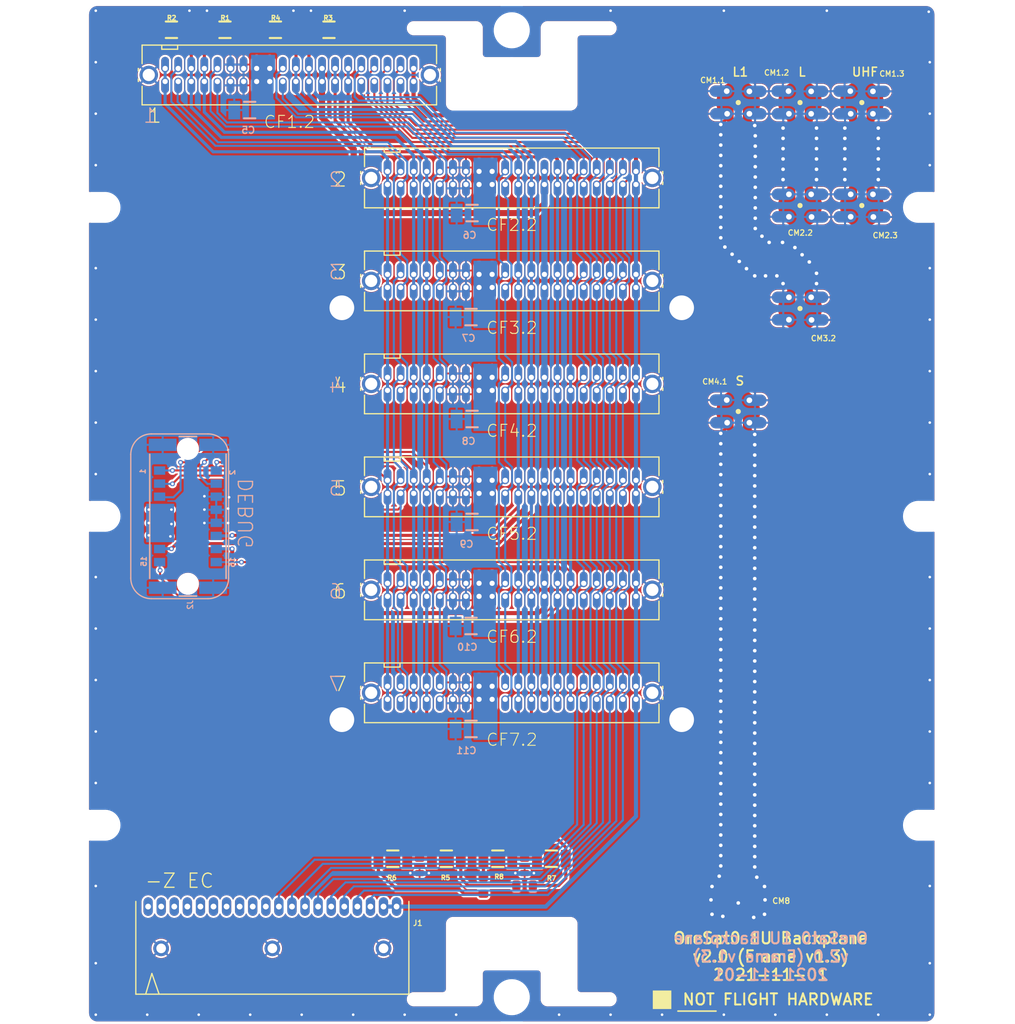
<source format=kicad_pcb>
(kicad_pcb (version 20211014) (generator pcbnew)
  (layers (0 "F.Cu" signal) (1 "In1.Cu" signal) (2 "In2.Cu" signal) (31 "B.Cu" signal) (34 "B.Paste" user) (35 "F.Paste" user) (36 "B.SilkS" user "B.Silkscreen") (37 "F.SilkS" user "F.Silkscreen") (38 "B.Mask" user) (39 "F.Mask" user) (44 "Edge.Cuts" user))
  (net 0 "")
  (net 1 "OPD_SDA")
  (net 2 "OPD_SCL")
  (net 3 "OPD_PWR")
  (net 4 "CAN2_H")
  (net 5 "CAN2_L")
  (net 6 "VBUS")
  (net 7 "CAN1_H")
  (net 8 "CAN1_L")
  (net 9 "~{SD}")
  (net 10 "S-PATCH")
  (net 11 "L-TURNSTILE")
  (net 12 "N$1")
  (net 13 "N$2")
  (net 14 "N$3")
  (net 15 "N$4")
  (net 16 "GND")
  (net 17 "UHF-TURNSTILE")
  (net 18 "L1-TURNSTILE")
  (net 19 "C3-UART-TX")
  (net 20 "C3-UART-RX")
  (net 21 "SPARE1-MAG-SDA")
  (net 22 "SPARE3-MAG-SCL")
  (net 23 "SPARE4-MAG-SCL")
  (net 24 "SPARE5-MAG-POWER")
  (net 25 "SPARE6-MAG-POWER")
  (net 26 "SPARE7")
  (net 27 "SPARE8")
  (net 28 "SPARE9-TURNSTILE-DEPLOY")
  (net 29 "SPARE10-TURNSTILE-DEPLOY")
  (net 30 "SPARE21")
  (net 31 "SPARE22")
  (net 32 "SPARE31")
  (net 33 "SPARE32")
  (footprint "oresat0-1u-backplane:1206-C" (layer "F.Cu") (at 152.3511 138.5036 180)
    (fp_text reference "R7")
    (fp_text value "NP/60.4")
  )
  (footprint "oresat0-1u-backplane:J-MOLEX-SMPM-73300-0111X" (layer "F.Cu") (at 170.5011 95.0736 180)
    (fp_text reference "CM4.1")
    (fp_text value "J-MOLEX-SMPM-73300-0111X" hide)
  )
  (footprint "" (layer "F.Cu") (at 148.5011 58.0536)
    (fp_text reference "@HOLE1" hide)
    (fp_text value "")
  )
  (footprint "oresat0-1u-backplane:.0603-C-NOSILK" (layer "F.Cu") (at 149.7511 139.2036 -90)
    (fp_text reference "C4")
    (fp_text value "1n")
  )
  (footprint "oresat0-1u-backplane:1206-C" (layer "F.Cu") (at 142.1511 138.5036 180)
    (fp_text reference "R5")
    (fp_text value "NP/60.4")
  )
  (footprint "oresat0-1u-backplane:.0603-C-NOSILK" (layer "F.Cu") (at 128.1511 57.3036 90)
    (fp_text reference "C2")
    (fp_text value "1n")
  )
  (footprint "oresat0-1u-backplane:.0603-B-NOSILK" (layer "F.Cu") (at 145.7511 141.1036 90)
    (fp_text reference "R9")
    (fp_text value "0")
  )
  (footprint "oresat0-1u-backplane:U.FL-R-SMT" (layer "F.Cu") (at 170.5011 142.5036)
    (fp_text reference "CM8")
    (fp_text value "U.FL-R-SMA")
  )
  (footprint "oresat0-1u-backplane:1206-C" (layer "F.Cu") (at 130.7511 58.0036 180)
    (fp_text reference "R3")
    (fp_text value "60.4")
  )
  (footprint "oresat0-1u-backplane:SFM-120-X1-XXX-D" (layer "F.Cu") (at 148.5011 102.3936)
    (fp_text reference "CF5.2")
    (fp_text value "SFM-120-X1-XXX-D")
  )
  (footprint "oresat0-1u-backplane:.0603-C-NOSILK" (layer "F.Cu") (at 118.0511 57.3036 90)
    (fp_text reference "C1")
    (fp_text value "1n")
  )
  (footprint "oresat0-1u-backplane:J-MOLEX-SMPM-73300-0111X" (layer "F.Cu") (at 182.5011 65.0736 180)
    (fp_text reference "CM1.3")
    (fp_text value "J-MOLEX-SMPM-73300-0111X" hide)
  )
  (footprint "oresat0-1u-backplane:.0603-B-NOSILK" (layer "F.Cu") (at 149.7511 141.1036)
    (fp_text reference "R10")
    (fp_text value "0")
  )
  (footprint "oresat0-1u-backplane:FIDUCIAL-1.0X2.0" (layer "F.Cu") (at 187.2511 57.5036)
    (fp_text reference "FIDUCIAL1" hide)
    (fp_text value "FIDUCIAL-1.0X2.0" hide)
  )
  (footprint "oresat0-1u-backplane:5-104196-5" (layer "F.Cu") (at 125.2511 143.1536)
    (fp_text reference "J1")
    (fp_text value "5-104196-5" hide)
  )
  (footprint "oresat0-1u-backplane:J-MOLEX-SMPM-73300-0111X" (layer "F.Cu") (at 176.5011 75.0736)
    (fp_text reference "CM2.2")
    (fp_text value "J-MOLEX-SMPM-73300-0111X" hide)
  )
  (footprint "oresat0-1u-backplane:SFM-120-X1-XXX-D" (layer "F.Cu") (at 148.5011 82.3936)
    (fp_text reference "CF3.2")
    (fp_text value "SFM-120-X1-XXX-D")
  )
  (footprint "oresat0-1u-backplane:SFM-120-X1-XXX-D" (layer "F.Cu") (at 148.5011 122.3936)
    (fp_text reference "CF7.2")
    (fp_text value "SFM-120-X1-XXX-D")
  )
  (footprint "oresat0-1u-backplane:SFM-120-X1-XXX-D" (layer "F.Cu") (at 148.5011 92.3936)
    (fp_text reference "CF4.2")
    (fp_text value "SFM-120-X1-XXX-D")
  )
  (footprint "oresat0-1u-backplane:1206-C" (layer "F.Cu") (at 120.6511 58.0036 180)
    (fp_text reference "R1")
    (fp_text value "60.4")
  )
  (footprint "oresat0-1u-backplane:1206-C" (layer "F.Cu") (at 147.1511 138.5036)
    (fp_text reference "R8")
    (fp_text value "NP/60.4")
  )
  (footprint "oresat0-1u-backplane:SFM-120-X1-XXX-D" (layer "F.Cu") (at 126.9011 62.3936)
    (fp_text reference "CF1.2")
    (fp_text value "SFM-120-X1-XXX-D")
  )
  (footprint "oresat0-1u-backplane:J-MOLEX-SMPM-73300-0111X" (layer "F.Cu") (at 170.5011 65.0736 180)
    (fp_text reference "CM1.1")
    (fp_text value "J-MOLEX-SMPM-73300-0111X" hide)
  )
  (footprint "oresat0-1u-backplane:J-MOLEX-SMPM-73300-0111X" (layer "F.Cu") (at 176.5011 65.0736 180)
    (fp_text reference "CM1.2")
    (fp_text value "J-MOLEX-SMPM-73300-0111X" hide)
  )
  (footprint "oresat0-1u-backplane:FLIGHTMARKER_NEW_BOARDS" (layer "F.Cu") (at 162.4511 152.8036)
    (fp_text reference "U$1" hide)
    (fp_text value "FLIGHMARKERNEW" hide)
  )
  (footprint "oresat0-1u-backplane:J-MOLEX-SMPM-73300-0111X" (layer "F.Cu") (at 182.5011 75.0736)
    (fp_text reference "CM2.3")
    (fp_text value "J-MOLEX-SMPM-73300-0111X" hide)
  )
  (footprint "oresat0-1u-backplane:FIDUCIAL-1.0X2.0" (layer "F.Cu") (at 109.2511 152.5036)
    (fp_text reference "FIDUCIAL3" hide)
    (fp_text value "FIDUCIAL-1.0X2.0" hide)
  )
  (footprint "oresat0-1u-backplane:1206-C" (layer "F.Cu") (at 136.9511 138.5036)
    (fp_text reference "R6")
    (fp_text value "NP/60.4")
  )
  (footprint "oresat0-1u-backplane:SFM-120-X1-XXX-D" (layer "F.Cu") (at 148.5011 72.3936)
    (fp_text reference "CF2.2")
    (fp_text value "SFM-120-X1-XXX-D")
  )
  (footprint "" (layer "F.Cu") (at 148.5011 151.9536)
    (fp_text reference "@HOLE0" hide)
    (fp_text value "")
  )
  (footprint "oresat0-1u-backplane:1206-C" (layer "F.Cu") (at 125.5511 58.0036)
    (fp_text reference "R4")
    (fp_text value "60.4")
  )
  (footprint "oresat0-1u-backplane:SFM-120-X1-XXX-D" (layer "F.Cu") (at 148.5011 112.3936)
    (fp_text reference "CF6.2")
    (fp_text value "SFM-120-X1-XXX-D")
  )
  (footprint "oresat0-1u-backplane:.0603-C-NOSILK" (layer "F.Cu") (at 139.5511 139.2036 -90)
    (fp_text reference "C3")
    (fp_text value "1n")
  )
  (footprint "oresat0-1u-backplane:1206-C" (layer "F.Cu") (at 115.4511 58.0036)
    (fp_text reference "R2")
    (fp_text value "60.4")
  )
  (footprint "oresat0-1u-backplane:J-MOLEX-SMPM-73300-0111X" (layer "F.Cu") (at 176.5011 85.0736)
    (fp_text reference "CM3.2")
    (fp_text value "J-MOLEX-SMPM-73300-0111X" hide)
  )
  (footprint "oresat0-1u-backplane:FIDUCIAL-1.0X2.0" (layer "F.Cu") (at 109.2511 57.5036)
    (fp_text reference "FIDUCIAL2" hide)
    (fp_text value "FIDUCIAL-1.0X2.0" hide)
  )
  (footprint "oresat0-1u-backplane:CONN_M55-6001642R_HRW" (layer "B.Cu") (at 117.0511 105.2536 -90)
    (fp_text reference "J2")
    (fp_text value "M55-6001642R" hide)
  )
  (footprint "oresat0-1u-backplane:1206-B" (layer "B.Cu") (at 144.5511 125.9036 180)
    (fp_text reference "C11")
    (fp_text value "10u 25V")
  )
  (footprint "oresat0-1u-backplane:1206-B" (layer "B.Cu") (at 123.0511 65.8036 180)
    (fp_text reference "C5")
    (fp_text value "10u 25V")
  )
  (footprint "oresat0-1u-backplane:1206-B" (layer "B.Cu") (at 144.6511 95.8036 180)
    (fp_text reference "C8")
    (fp_text value "10u 25V")
  )
  (footprint "oresat0-1u-backplane:1206-B" (layer "B.Cu") (at 144.6511 105.8036 180)
    (fp_text reference "C9")
    (fp_text value "10u 25V")
  )
  (footprint "oresat0-1u-backplane:1206-B" (layer "B.Cu") (at 144.5511 115.9036 180)
    (fp_text reference "C10")
    (fp_text value "10u 25V")
  )
  (footprint "oresat0-1u-backplane:1206-B" (layer "B.Cu") (at 144.6511 75.8036 180)
    (fp_text reference "C6")
    (fp_text value "10u 25V")
  )
  (footprint "oresat0-1u-backplane:1206-B" (layer "B.Cu") (at 144.5511 85.9036 180)
    (fp_text reference "C7")
    (fp_text value "10u 25V")
  )
  (gr_line (start 121.0011 99.2536) (end 121.0011 111.2536) (layer "B.SilkS") (width 0.127))
  (gr_arc (start 119.0011 97.2536) (mid 120.415314 97.839386) (end 121.0011 99.2536) (layer "B.SilkS") (width 0.127))
  (gr_line (start 113.5011 97.2536) (end 119.0011 97.2536) (layer "B.SilkS") (width 0.127))
  (gr_arc (start 121.0011 111.2536) (mid 120.415314 112.667814) (end 119.0011 113.2536) (layer "B.SilkS") (width 0.127))
  (gr_arc (start 113.5011 113.2536) (mid 112.086886 112.667814) (end 111.5011 111.2536) (layer "B.SilkS") (width 0.127))
  (gr_arc (start 111.5011 99.2536) (mid 112.086886 97.839386) (end 113.5011 97.2536) (layer "B.SilkS") (width 0.127))
  (gr_line (start 119.0011 113.2536) (end 113.5011 113.2536) (layer "B.SilkS") (width 0.127))
  (gr_line (start 111.5011 111.2536) (end 111.5011 99.2536) (layer "B.SilkS") (width 0.127))
  (gr_arc (start 151.5011 57.8536) (mid 151.647547 57.500047) (end 152.0011 57.3536) (layer "Edge.Cuts") (width 0.001))
  (gr_line (start 189.7511 133.9536) (end 189.7511 106.5536) (layer "Edge.Cuts") (width 0.001))
  (gr_line (start 188.7511 55.5036) (end 108.2511 55.5036) (layer "Edge.Cuts") (width 0.001))
  (gr_arc (start 139.0011 58.3536) (mid 138.5011 57.8536) (end 139.0011 57.3536) (layer "Edge.Cuts") (width 0.001))
  (gr_line (start 109.0011 73.9536) (end 107.2511 73.9536) (layer "Edge.Cuts") (width 0.001))
  (gr_arc (start 142.3011 151.1536) (mid 142.154653 151.507153) (end 141.8011 151.6536) (layer "Edge.Cuts") (width 0.001))
  (gr_line (start 145.5011 149.6536) (end 145.5011 152.1536) (layer "Edge.Cuts") (width 0.001))
  (gr_line (start 109.0011 133.9536) (end 107.2511 133.9536) (layer "Edge.Cuts") (width 0.001))
  (gr_line (start 151.0011 60.8536) (end 146.0011 60.8536) (layer "Edge.Cuts") (width 0.001))
  (gr_arc (start 158.0011 57.3536) (mid 158.5011 57.8536) (end 158.0011 58.3536) (layer "Edge.Cuts") (width 0.001))
  (gr_line (start 154.7011 65.1536) (end 154.7011 58.8536) (layer "Edge.Cuts") (width 0.001))
  (gr_line (start 142.3011 151.1536) (end 142.3011 144.8536) (layer "Edge.Cuts") (width 0.001))
  (gr_line (start 158.0011 57.3536) (end 152.0011 57.3536) (layer "Edge.Cuts") (width 0.001))
  (gr_arc (start 151.5011 60.3536) (mid 151.354653 60.707153) (end 151.0011 60.8536) (layer "Edge.Cuts") (width 0.001))
  (gr_arc (start 151.0011 149.1536) (mid 151.354653 149.300047) (end 151.5011 149.6536) (layer "Edge.Cuts") (width 0.001))
  (gr_line (start 145.0011 152.6536) (end 139.0011 152.6536) (layer "Edge.Cuts") (width 0.001))
  (gr_arc (start 109.0011 103.9536) (mid 110.3011 105.2536) (end 109.0011 106.5536) (layer "Edge.Cuts") (width 0.001))
  (gr_line (start 107.2511 76.5536) (end 109.0011 76.5536) (layer "Edge.Cuts") (width 0.001))
  (gr_arc (start 107.2511 56.5036) (mid 107.543993 55.796493) (end 108.2511 55.5036) (layer "Edge.Cuts") (width 0.001))
  (gr_line (start 188.0011 76.5536) (end 189.7511 76.5536) (layer "Edge.Cuts") (width 0.001))
  (gr_line (start 158.0011 152.6536) (end 152.0011 152.6536) (layer "Edge.Cuts") (width 0.001))
  (gr_arc (start 154.7011 58.8536) (mid 154.847547 58.500047) (end 155.2011 58.3536) (layer "Edge.Cuts") (width 0.001))
  (gr_line (start 108.2511 154.5036) (end 188.7511 154.5036) (layer "Edge.Cuts") (width 0.001))
  (gr_line (start 188.0011 136.5536) (end 189.7511 136.5536) (layer "Edge.Cuts") (width 0.001))
  (gr_line (start 188.0011 106.5536) (end 189.7511 106.5536) (layer "Edge.Cuts") (width 0.001))
  (gr_arc (start 188.0011 136.5536) (mid 186.7011 135.2536) (end 188.0011 133.9536) (layer "Edge.Cuts") (width 0.001))
  (gr_arc (start 189.7511 153.5036) (mid 189.458207 154.210707) (end 188.7511 154.5036) (layer "Edge.Cuts") (width 0.001))
  (gr_line (start 139.0011 58.3536) (end 141.8011 58.3536) (layer "Edge.Cuts") (width 0.001))
  (gr_line (start 155.2011 58.3536) (end 158.0011 58.3536) (layer "Edge.Cuts") (width 0.001))
  (gr_arc (start 158.0011 151.6536) (mid 158.5011 152.1536) (end 158.0011 152.6536) (layer "Edge.Cuts") (width 0.001))
  (gr_line (start 107.2511 136.5536) (end 107.2511 153.5036) (layer "Edge.Cuts") (width 0.001))
  (gr_arc (start 152.0011 152.6536) (mid 151.647547 152.507153) (end 151.5011 152.1536) (layer "Edge.Cuts") (width 0.001))
  (gr_line (start 145.5011 60.3536) (end 145.5011 57.8536) (layer "Edge.Cuts") (width 0.001))
  (gr_line (start 107.2511 136.5536) (end 109.0011 136.5536) (layer "Edge.Cuts") (width 0.001))
  (gr_line (start 151.5011 152.1536) (end 151.5011 149.6536) (layer "Edge.Cuts") (width 0.001))
  (gr_line (start 139.0011 151.6536) (end 141.8011 151.6536) (layer "Edge.Cuts") (width 0.001))
  (gr_arc (start 145.5011 149.6536) (mid 145.647547 149.300047) (end 146.0011 149.1536) (layer "Edge.Cuts") (width 0.001))
  (gr_arc (start 109.0011 73.9536) (mid 110.3011 75.2536) (end 109.0011 76.5536) (layer "Edge.Cuts") (width 0.001))
  (gr_line (start 189.7511 73.9536) (end 188.0011 73.9536) (layer "Edge.Cuts") (width 0.001))
  (gr_arc (start 109.0011 133.9536) (mid 110.3011 135.2536) (end 109.0011 136.5536) (layer "Edge.Cuts") (width 0.001))
  (gr_arc (start 145.5011 152.1536) (mid 145.354653 152.507153) (end 145.0011 152.6536) (layer "Edge.Cuts") (width 0.001))
  (gr_line (start 107.2511 106.5536) (end 109.0011 106.5536) (layer "Edge.Cuts") (width 0.001))
  (gr_arc (start 141.8011 58.3536) (mid 142.154653 58.500047) (end 142.3011 58.8536) (layer "Edge.Cuts") (width 0.001))
  (gr_arc (start 142.3011 144.8536) (mid 142.447547 144.500047) (end 142.8011 144.3536) (layer "Edge.Cuts") (width 0.001))
  (gr_line (start 155.2011 151.6536) (end 158.0011 151.6536) (layer "Edge.Cuts") (width 0.001))
  (gr_line (start 145.0011 57.3536) (end 139.0011 57.3536) (layer "Edge.Cuts") (width 0.001))
  (gr_arc (start 139.0011 152.6536) (mid 138.5011 152.1536) (end 139.0011 151.6536) (layer "Edge.Cuts") (width 0.001))
  (gr_arc (start 145.0011 57.3536) (mid 145.354653 57.500047) (end 145.5011 57.8536) (layer "Edge.Cuts") (width 0.001))
  (gr_line (start 109.0011 103.9536) (end 107.2511 103.9536) (layer "Edge.Cuts") (width 0.001))
  (gr_line (start 142.3011 58.8536) (end 142.3011 65.1536) (layer "Edge.Cuts") (width 0.001))
  (gr_line (start 189.7511 133.9536) (end 188.0011 133.9536) (layer "Edge.Cuts") (width 0.001))
  (gr_line (start 154.7011 144.8536) (end 154.7011 151.1536) (layer "Edge.Cuts") (width 0.001))
  (gr_line (start 151.5011 57.8536) (end 151.5011 60.3536) (layer "Edge.Cuts") (width 0.001))
  (gr_line (start 142.8011 144.3536) (end 154.2011 144.3536) (layer "Edge.Cuts") (width 0.001))
  (gr_line (start 189.7511 73.9536) (end 189.7511 56.5036) (layer "Edge.Cuts") (width 0.001))
  (gr_line (start 189.7511 103.9536) (end 189.7511 76.5536) (layer "Edge.Cuts") (width 0.001))
  (gr_line (start 142.8011 65.6536) (end 154.2011 65.6536) (layer "Edge.Cuts") (width 0.001))
  (gr_line (start 151.0011 149.1536) (end 146.0011 149.1536) (layer "Edge.Cuts") (width 0.001))
  (gr_line (start 107.2511 76.5536) (end 107.2511 103.9536) (layer "Edge.Cuts") (width 0.001))
  (gr_arc (start 154.7011 65.1536) (mid 154.554653 65.507153) (end 154.2011 65.6536) (layer "Edge.Cuts") (width 0.001))
  (gr_arc (start 155.2011 151.6536) (mid 154.847547 151.507153) (end 154.7011 151.1536) (layer "Edge.Cuts") (width 0.001))
  (gr_line (start 189.7511 153.5036) (end 189.7511 136.5536) (layer "Edge.Cuts") (width 0.001))
  (gr_line (start 189.7511 103.9536) (end 188.0011 103.9536) (layer "Edge.Cuts") (width 0.001))
  (gr_arc (start 146.0011 60.8536) (mid 145.647547 60.707153) (end 145.5011 60.3536) (layer "Edge.Cuts") (width 0.001))
  (gr_arc (start 154.2011 144.3536) (mid 154.554653 144.500047) (end 154.7011 144.8536) (layer "Edge.Cuts") (width 0.001))
  (gr_arc (start 188.7511 55.5036) (mid 189.458207 55.796493) (end 189.7511 56.5036) (layer "Edge.Cuts") (width 0.001))
  (gr_line (start 107.2511 106.5536) (end 107.2511 133.9536) (layer "Edge.Cuts") (width 0.001))
  (gr_arc (start 188.0011 106.5536) (mid 186.7011 105.2536) (end 188.0011 103.9536) (layer "Edge.Cuts") (width 0.001))
  (gr_arc (start 108.2511 154.5036) (mid 107.543993 154.210707) (end 107.2511 153.5036) (layer "Edge.Cuts") (width 0.001))
  (gr_arc (start 142.8011 65.6536) (mid 142.447547 65.507153) (end 142.3011 65.1536) (layer "Edge.Cuts") (width 0.001))
  (gr_arc (start 188.0011 76.5536) (mid 186.7011 75.2536) (end 188.0011 73.9536) (layer "Edge.Cuts") (width 0.001))
  (gr_line (start 107.2511 56.5036) (end 107.2511 73.9536) (layer "Edge.Cuts") (width 0.001))
  (gr_text "3" (at 132.1011 82.3536) (layer "B.SilkS") (effects (font (size 1.38 1.38) (thickness 0.12)) (justify left bottom mirror)))
  (gr_text "DEBUG" (at 123.5011 101.4536 -270) (layer "B.SilkS") (effects (font (size 1.38 1.38) (thickness 0.12)) (justify left bottom mirror)))
  (gr_text "2" (at 132.1011 73.3536) (layer "B.SilkS") (effects (font (size 1.38 1.38) (thickness 0.12)) (justify left bottom mirror)))
  (gr_text "7" (at 132.1011 122.3536) (layer "B.SilkS") (effects (font (size 1.38 1.38) (thickness 0.12)) (justify left bottom mirror)))
  (gr_text "OreSat0 1U Backplane\nv2.0 (Frame v1.3)\n2021-11-01" (at 173.6511 148.0036) (layer "B.SilkS") (effects (font (size 1.105 1.105) (thickness 0.195)) (justify mirror)))
  (gr_text "4" (at 132.1011 93.3536) (layer "B.SilkS") (effects (font (size 1.38 1.38) (thickness 0.12)) (justify left bottom mirror)))
  (gr_text "5" (at 132.1011 103.3536) (layer "B.SilkS") (effects (font (size 1.38 1.38) (thickness 0.12)) (justify left bottom mirror)))
  (gr_text "6" (at 132.1011 113.3536) (layer "B.SilkS") (effects (font (size 1.38 1.38) (thickness 0.12)) (justify left bottom mirror)))
  (gr_text "1" (at 114.1011 67.1536) (layer "B.SilkS") (effects (font (size 1.38 1.38) (thickness 0.12)) (justify left bottom mirror)))
  (gr_text "3" (at 131.1011 82.3536) (layer "F.SilkS") (effects (font (size 1.38 1.38) (thickness 0.12)) (justify left bottom)))
  (gr_text "2" (at 131.1011 73.3536) (layer "F.SilkS") (effects (font (size 1.38 1.38) (thickness 0.12)) (justify left bottom)))
  (gr_text "1" (at 113.1011 67.1536) (layer "F.SilkS") (effects (font (size 1.38 1.38) (thickness 0.12)) (justify left bottom)))
  (gr_text "-Z EC" (at 112.8011 141.4536) (layer "F.SilkS") (effects (font (size 1.38 1.38) (thickness 0.12)) (justify left bottom)))
  (gr_text "L1" (at 169.8511 62.6036) (layer "F.SilkS") (effects (font (size 0.85 0.85)) (justify left bottom)))
  (gr_text "7" (at 131.1011 122.3536) (layer "F.SilkS") (effects (font (size 1.38 1.38) (thickness 0.12)) (justify left bottom)))
  (gr_text "5" (at 131.1011 103.3536) (layer "F.SilkS") (effects (font (size 1.38 1.38) (thickness 0.12)) (justify left bottom)))
  (gr_text "UHF" (at 181.4511 62.6036) (layer "F.SilkS") (effects (font (size 0.85 0.85)) (justify left bottom)))
  (gr_text "OreSat0 1U Backplane\nv2.0 (Frame v1.3)\n2021-11-01" (at 173.6511 148.0036) (layer "F.SilkS") (effects (font (size 1.105 1.105) (thickness 0.195))))
  (gr_text "4" (at 131.1011 93.3536) (layer "F.SilkS") (effects (font (size 1.38 1.38) (thickness 0.12)) (justify left bottom)))
  (gr_text "S" (at 170.1511 92.6036) (layer "F.SilkS") (effects (font (size 0.85 0.85)) (justify left bottom)))
  (gr_text "6" (at 131.1011 113.3536) (layer "F.SilkS") (effects (font (size 1.38 1.38) (thickness 0.12)) (justify left bottom)))
  (gr_text "L" (at 176.2511 62.6036) (layer "F.SilkS") (effects (font (size 0.85 0.85)) (justify left bottom)))
  (segment (start 153.2511 109.7036) (end 122.2511 109.7036) (width 0.2) (layer "F.Cu") (net 1))
  (segment (start 154.2161 111.7586) (end 154.2161 110.6686) (width 0.2) (layer "F.Cu") (net 1))
  (segment (start 132.6161 63.0286) (end 132.6161 66.9686) (width 0.3) (layer "F.Cu") (net 1))
  (segment (start 152.9011 69.3536) (end 135.0011 69.3536) (width 0.3) (layer "F.Cu") (net 1))
  (segment (start 154.2161 110.6686) (end 153.2511 109.7036) (width 0.2) (layer "F.Cu") (net 1))
  (segment (start 132.6161 66.9686) (end 135.0011 69.3536) (width 0.3) (layer "F.Cu") (net 1))
  (segment (start 154.2161 71.7586) (end 154.2161 70.6686) (width 0.3) (layer "F.Cu") (net 1))
  (segment (start 154.2161 70.6686) (end 152.9011 69.3536) (width 0.3) (layer "F.Cu") (net 1))
  (via (at 122.2511 109.7036) (size 0.4572) (drill 0.254) (layers "F.Cu" "B.Cu") (net 1))
  (segment (start 154.2161 91.7586) (end 154.2161 93.0286) (width 0.3) (layer "B.Cu") (net 1))
  (segment (start 154.2161 113.0286) (end 154.2161 121.7586) (width 0.3) (layer "B.Cu") (net 1))
  (segment (start 154.2161 83.0286) (end 154.2161 91.7586) (width 0.3) (layer "B.Cu") (net 1))
  (segment (start 132.6161 61.7586) (end 132.6161 63.0286) (width 0.3) (layer "B.Cu") (net 1))
  (segment (start 154.2161 71.7586) (end 154.2161 73.0286) (width 0.3) (layer "B.Cu") (net 1))
  (segment (start 154.2161 101.7586) (end 154.2161 93.0286) (width 0.3) (layer "B.Cu") (net 1))
  (segment (start 154.2161 111.7586) (end 154.2161 113.0286) (width 0.3) (layer "B.Cu") (net 1))
  (segment (start 154.2161 121.7586) (end 154.2161 123.0286) (width 0.3) (layer "B.Cu") (net 1))
  (segment (start 154.2161 101.7586) (end 154.2161 103.0286) (width 0.3) (layer "B.Cu") (net 1))
  (segment (start 119.8061 109.7036) (end 119.8011 109.6986) (width 0.2) (layer "B.Cu") (net 1))
  (segment (start 154.2161 103.0286) (end 154.2161 111.7586) (width 0.3) (layer "B.Cu") (net 1))
  (segment (start 154.2161 73.0286) (end 154.2161 81.7586) (width 0.3) (layer "B.Cu") (net 1))
  (segment (start 122.2511 109.7036) (end 119.8061 109.7036) (width 0.2) (layer "B.Cu") (net 1))
  (segment (start 154.2161 81.7586) (end 154.2161 83.0286) (width 0.3) (layer "B.Cu") (net 1))
  (segment (start 131.3461 63.0286) (end 131.3461 66.7986) (width 0.3) (layer "F.Cu") (net 2))
  (segment (start 152.9461 114.0086) (end 151.6511 115.3036) (width 0.2) (layer "F.Cu") (net 2))
  (segment (start 152.9461 70.5986) (end 152.9461 71.7586) (width 0.3) (layer "F.Cu") (net 2))
  (segment (start 152.2011 69.8536) (end 152.9461 70.5986) (width 0.3) (layer "F.Cu") (net 2))
  (segment (start 152.2011 69.8536) (end 134.4011 69.8536) (width 0.3) (layer "F.Cu") (net 2))
  (segment (start 152.9461 113.0286) (end 152.9461 114.0086) (width 0.2) (layer "F.Cu") (net 2))
  (segment (start 114.3511 111.2036) (end 114.3511 110.5036) (width 0.2) (layer "F.Cu") (net 2))
  (segment (start 118.4511 115.3036) (end 114.3511 111.2036) (width 0.2) (layer "F.Cu") (net 2))
  (segment (start 151.6511 115.3036) (end 118.4511 115.3036) (width 0.2) (layer "F.Cu") (net 2))
  (segment (start 134.4011 69.8536) (end 131.3461 66.7986) (width 0.3) (layer "F.Cu") (net 2))
  (via (at 114.3511 110.5036) (size 0.4572) (drill 0.254) (layers "F.Cu" "B.Cu") (net 2))
  (segment (start 152.9461 71.7586) (end 152.9461 73.0286) (width 0.3) (layer "B.Cu") (net 2))
  (segment (start 152.9461 83.0286) (end 152.9461 91.7586) (width 0.3) (layer "B.Cu") (net 2))
  (segment (start 152.9461 113.0286) (end 152.9461 121.7586) (width 0.3) (layer "B.Cu") (net 2))
  (segment (start 152.9461 111.7586) (end 152.9461 113.0286) (width 0.3) (layer "B.Cu") (net 2))
  (segment (start 152.9461 101.7586) (end 152.9461 103.0286) (width 0.3) (layer "B.Cu") (net 2))
  (segment (start 152.9461 81.7586) (end 152.9461 73.0286) (width 0.3) (layer "B.Cu") (net 2))
  (segment (start 152.9461 103.0286) (end 152.9461 111.7586) (width 0.3) (layer "B.Cu") (net 2))
  (segment (start 152.9461 91.7586) (end 152.9461 93.0286) (width 0.3) (layer "B.Cu") (net 2))
  (segment (start 114.3011 110.4536) (end 114.3011 109.6986) (width 0.2) (layer "B.Cu") (net 2))
  (segment (start 114.3511 110.5036) (end 114.3011 110.4536) (width 0.2) (layer "B.Cu") (net 2))
  (segment (start 152.9461 121.7586) (end 152.9461 123.0286) (width 0.3) (layer "B.Cu") (net 2))
  (segment (start 152.9461 93.0286) (end 152.9461 101.7586) (width 0.3) (layer "B.Cu") (net 2))
  (segment (start 152.9461 81.7586) (end 152.9461 83.0286) (width 0.3) (layer "B.Cu") (net 2))
  (segment (start 131.3461 61.7586) (end 131.3461 63.0286) (width 0.3) (layer "B.Cu") (net 2))
  (segment (start 151.1011 114.6536) (end 125.7011 114.6536) (width 0.4) (layer "F.Cu") (net 3))
  (segment (start 150.7511 75.8036) (end 151.6761 74.8786) (width 0.6) (layer "F.Cu") (net 3))
  (segment (start 133.1511 73.3036) (end 135.6511 75.8036) (width 0.6) (layer "F.Cu") (net 3))
  (segment (start 121.3511 110.3036) (end 121.3511 108.4036) (width 0.4) (layer "F.Cu") (net 3))
  (segment (start 133.1511 69.6036) (end 133.1511 73.3036) (width 0.6) (layer "F.Cu") (net 3))
  (segment (start 130.0761 66.5286) (end 133.1511 69.6036) (width 0.6) (layer "F.Cu") (net 3))
  (segment (start 151.6761 113.0286) (end 151.6761 114.0786) (width 0.4) (layer "F.Cu") (net 3))
  (segment (start 121.3511 108.4036) (end 121.3511 108.4092) (width 0.3) (layer "F.Cu") (net 3))
  (segment (start 130.0761 63.0286) (end 130.0761 66.5286) (width 0.6) (layer "F.Cu") (net 3))
  (segment (start 151.6761 74.8786) (end 151.6761 73.0286) (width 0.6) (layer "F.Cu") (net 3))
  (segment (start 125.7011 114.6536) (end 121.3511 110.3036) (width 0.4) (layer "F.Cu") (net 3))
  (segment (start 135.6511 75.8036) (end 150.7511 75.8036) (width 0.6) (layer "F.Cu") (net 3))
  (segment (start 151.6761 114.0786) (end 151.1011 114.6536) (width 0.4) (layer "F.Cu") (net 3))
  (via (at 121.3511 108.4092) (size 0.4572) (drill 0.254) (layers "F.Cu" "B.Cu") (net 3))
  (segment (start 130.0761 61.7586) (end 130.0761 63.0286) (width 0.6) (layer "B.Cu") (net 3))
  (segment (start 151.6761 83.0286) (end 151.6761 81.7586) (width 0.6) (layer "B.Cu") (net 3))
  (segment (start 151.6761 111.7586) (end 151.6761 113.0286) (width 0.6) (layer "B.Cu") (net 3))
  (segment (start 151.6761 93.0286) (end 151.6761 101.7586) (width 0.6) (layer "B.Cu") (net 3))
  (segment (start 151.6761 101.7586) (end 151.6761 103.0286) (width 0.6) (layer "B.Cu") (net 3))
  (segment (start 151.6761 103.0286) (end 151.6761 111.7586) (width 0.6) (layer "B.Cu") (net 3))
  (segment (start 151.6761 71.7586) (end 151.6761 73.0286) (width 0.6) (layer "B.Cu") (net 3))
  (segment (start 119.8205 108.4092) (end 119.8011 108.4286) (width 0.3) (layer "B.Cu") (net 3))
  (segment (start 151.6761 91.7586) (end 151.6761 93.0286) (width 0.6) (layer "B.Cu") (net 3))
  (segment (start 151.6761 121.7586) (end 151.6761 123.0286) (width 0.6) (layer "B.Cu") (net 3))
  (segment (start 151.6761 113.0286) (end 151.6761 121.7586) (width 0.6) (layer "B.Cu") (net 3))
  (segment (start 151.6761 83.0286) (end 151.6761 91.7586) (width 0.6) (layer "B.Cu") (net 3))
  (segment (start 151.6761 73.0286) (end 151.6761 81.7586) (width 0.6) (layer "B.Cu") (net 3))
  (segment (start 121.3511 108.4092) (end 119.8205 108.4092) (width 0.3) (layer "B.Cu") (net 3))
  (segment (start 115.9511 107.9036) (end 115.4511 108.4036) (width 0.3) (layer "F.Cu") (net 4))
  (segment (start 150.4061 103.0286) (end 150.4061 104.7486) (width 0.3) (layer "F.Cu") (net 4))
  (segment (start 150.4061 104.7486) (end 147.2511 107.9036) (width 0.3) (layer "F.Cu") (net 4))
  (segment (start 150.4061 123.0286) (end 150.4061 136.0586) (width 0.3) (layer "F.Cu") (net 4))
  (segment (start 129.4511 59.8036) (end 131.4511 59.8036) (width 0.3) (layer "F.Cu") (net 4))
  (segment (start 151.0511 136.7036) (end 153.0511 136.7036) (width 0.3) (layer "F.Cu") (net 4))
  (segment (start 150.4061 136.0586) (end 151.0511 136.7036) (width 0.3) (layer "F.Cu") (net 4))
  (segment (start 128.8061 61.7586) (end 128.8061 60.4486) (width 0.3) (layer "F.Cu") (net 4))
  (segment (start 131.4511 59.8036) (end 132.1511 59.1036) (width 0.3) (layer "F.Cu") (net 4))
  (segment (start 153.7511 137.4036) (end 153.7511 138.5036) (width 0.3) (layer "F.Cu") (net 4))
  (segment (start 150.5511 141.1036) (end 153.0511 141.1036) (width 0.3) (layer "F.Cu") (net 4))
  (segment (start 153.7511 140.4036) (end 153.7511 138.5036) (width 0.3) (layer "F.Cu") (net 4))
  (segment (start 153.0511 141.1036) (end 153.7511 140.4036) (width 0.3) (layer "F.Cu") (net 4))
  (segment (start 128.8061 60.4486) (end 129.4511 59.8036) (width 0.3) (layer "F.Cu") (net 4))
  (segment (start 153.0511 136.7036) (end 153.7511 137.4036) (width 0.3) (layer "F.Cu") (net 4))
  (segment (start 147.2511 107.9036) (end 115.9511 107.9036) (width 0.3) (layer "F.Cu") (net 4))
  (segment (start 132.1511 59.1036) (end 132.1511 58.0036) (width 0.3) (layer "F.Cu") (net 4))
  (via (at 115.4511 108.4036) (size 0.4572) (drill 0.254) (layers "F.Cu" "B.Cu") (net 4))
  (segment (start 150.4061 91.7586) (end 150.4061 93.0286) (width 0.3) (layer "B.Cu") (net 4))
  (segment (start 148.9011 68.8536) (end 142.9011 68.8536) (width 0.3) (layer "B.Cu") (net 4))
  (segment (start 150.4061 83.0286) (end 150.4061 91.7586) (width 0.3) (layer "B.Cu") (net 4))
  (segment (start 150.4061 81.7586) (end 150.4061 83.0286) (width 0.3) (layer "B.Cu") (net 4))
  (segment (start 139.3011 65.2536) (end 129.740893 65.2536) (width 0.3) (layer "B.Cu") (net 4))
  (segment (start 150.4061 70.3586) (end 150.4061 71.7586) (width 0.3) (layer "B.Cu") (net 4))
  (segment (start 128.8061 64.318807) (end 128.8061 63.0286) (width 0.3) (layer "B.Cu") (net 4))
  (segment (start 150.4061 101.7586) (end 150.4061 93.0286) (width 0.3) (layer "B.Cu") (net 4))
  (segment (start 150.4061 101.7586) (end 150.4061 103.0286) (width 0.3) (layer "B.Cu") (net 4))
  (segment (start 114.3261 108.4036) (end 114.3011 108.4286) (width 0.3) (layer "B.Cu") (net 4))
  (segment (start 150.4061 70.3586) (end 148.9011 68.8536) (width 0.3) (layer "B.Cu") (net 4))
  (segment (start 150.4061 121.7586) (end 150.4061 123.0286) (width 0.3) (layer "B.Cu") (net 4))
  (segment (start 115.4511 108.4036) (end 114.3261 108.4036) (width 0.3) (layer "B.Cu") (net 4))
  (segment (start 128.8061 61.7586) (end 128.8061 63.0286) (width 0.3) (layer "B.Cu") (net 4))
  (segment (start 129.740893 65.2536) (end 128.8061 64.318807) (width 0.3) (layer "B.Cu") (net 4))
  (segment (start 150.4061 113.0286) (end 150.4061 111.7586) (width 0.3) (layer "B.Cu") (net 4))
  (segment (start 150.4061 113.0286) (end 150.4061 121.7586) (width 0.3) (layer "B.Cu") (net 4))
  (segment (start 142.9011 68.8536) (end 139.3011 65.2536) (width 0.3) (layer "B.Cu") (net 4))
  (segment (start 150.4061 73.0286) (end 150.4061 81.7586) (width 0.3) (layer "B.Cu") (net 4))
  (segment (start 150.4061 111.7586) (end 150.4061 103.0286) (width 0.3) (layer "B.Cu") (net 4))
  (segment (start 150.4061 71.7586) (end 150.4061 73.0286) (width 0.3) (layer "B.Cu") (net 4))
  (segment (start 149.1361 104.3186) (end 146.3511 107.1036) (width 0.3) (layer "F.Cu") (net 5))
  (segment (start 148.5511 136.7036) (end 146.4511 136.7036) (width 0.3) (layer "F.Cu") (net 5))
  (segment (start 146.3511 107.1036) (end 121.3511 107.1036) (width 0.3) (layer "F.Cu") (net 5))
  (segment (start 149.1361 136.1186) (end 148.5511 136.7036) (width 0.3) (layer "F.Cu") (net 5))
  (segment (start 149.1361 103.0286) (end 149.1361 104.3186) (width 0.3) (layer "F.Cu") (net 5))
  (segment (start 149.1361 123.0286) (end 149.1361 136.1186) (width 0.3) (layer "F.Cu") (net 5))
  (segment (start 124.1511 59.1036) (end 124.8511 59.8036) (width 0.3) (layer "F.Cu") (net 5))
  (segment (start 124.8511 59.8036) (end 126.9511 59.8036) (width 0.3) (layer "F.Cu") (net 5))
  (segment (start 124.1511 58.0036) (end 124.1511 59.1036) (width 0.3) (layer "F.Cu") (net 5))
  (segment (start 145.7511 137.4036) (end 145.7511 138.5036) (width 0.3) (layer "F.Cu") (net 5))
  (segment (start 127.5511 61.7436) (end 127.5361 61.7586) (width 0.3) (layer "F.Cu") (net 5))
  (segment (start 127.5511 60.4036) (end 127.5511 61.7436) (width 0.3) (layer "F.Cu") (net 5))
  (segment (start 145.7511 140.3036) (end 145.7511 138.5036) (width 0.3) (layer "F.Cu") (net 5))
  (segment (start 146.4511 136.7036) (end 145.7511 137.4036) (width 0.3) (layer "F.Cu") (net 5))
  (segment (start 126.9511 59.8036) (end 127.5511 60.4036) (width 0.3) (layer "F.Cu") (net 5))
  (via (at 121.3511 107.1036) (size 0.4572) (drill 0.254) (layers "F.Cu" "B.Cu") (net 5))
  (segment (start 148.1011 69.3536) (end 142.7011 69.3536) (width 0.3) (layer "B.Cu") (net 5))
  (segment (start 149.1361 71.7586) (end 149.1361 72.9036) (width 0.3) (layer "B.Cu") (net 5))
  (segment (start 149.1361 113.0286) (end 149.1361 121.7586) (width 0.3) (layer "B.Cu") (net 5))
  (segment (start 149.1361 72.9036) (end 149.1361 73.0286) (width 0.3) (layer "B.Cu") (net 5))
  (segment (start 149.1361 111.7586) (end 149.1361 113.0286) (width 0.3) (layer "B.Cu") (net 5))
  (segment (start 149.1361 103.0286) (end 149.1361 101.7586) (width 0.3) (layer "B.Cu") (net 5))
  (segment (start 149.1361 70.3886) (end 149.1361 71.7586) (width 0.3) (layer "B.Cu") (net 5))
  (segment (start 139.1011 65.7536) (end 129.2011 65.7536) (width 0.3) (layer "B.Cu") (net 5))
  (segment (start 129.2011 65.7536) (end 127.5361 64.0886) (width 0.3) (layer "B.Cu") (net 5))
  (segment (start 148.1011 69.3536) (end 149.1361 70.3886) (width 0.3) (layer "B.Cu") (net 5))
  (segment (start 149.1361 81.7586) (end 149.1361 72.9036) (width 0.3) (layer "B.Cu") (net 5))
  (segment (start 127.5361 64.0886) (end 127.5361 63.0286) (width 0.3) (layer "B.Cu") (net 5))
  (segment (start 127.5361 61.7586) (end 127.5361 63.0286) (width 0.3) (layer "B.Cu") (net 5))
  (segment (start 121.2961 107.1586) (end 119.8011 107.1586) (width 0.3) (layer "B.Cu") (net 5))
  (segment (start 121.3511 107.1036) (end 121.2961 107.1586) (width 0.3) (layer "B.Cu") (net 5))
  (segment (start 149.1361 103.0286) (end 149.1361 111.7586) (width 0.3) (layer "B.Cu") (net 5))
  (segment (start 149.1361 93.0286) (end 149.1361 101.7586) (width 0.3) (layer "B.Cu") (net 5))
  (segment (start 149.1361 91.7586) (end 149.1361 93.0286) (width 0.3) (layer "B.Cu") (net 5))
  (segment (start 149.1361 121.7586) (end 149.1361 123.0286) (width 0.3) (layer "B.Cu") (net 5))
  (segment (start 142.7011 69.3536) (end 139.1011 65.7536) (width 0.3) (layer "B.Cu") (net 5))
  (segment (start 149.1361 83.0286) (end 149.1361 91.7586) (width 0.3) (layer "B.Cu") (net 5))
  (segment (start 149.1361 81.7586) (end 149.1361 83.0286) (width 0.3) (layer "B.Cu") (net 5))
  (via (at 115.4511 106.0036) (size 0.4572) (drill 0.254) (layers "F.Cu" "B.Cu") (net 6))
  (via (at 115.4511 104.6036) (size 0.4572) (drill 0.254) (layers "F.Cu" "B.Cu") (net 6))
  (via (at 115.3511 107.2036) (size 0.4572) (drill 0.254) (layers "F.Cu" "B.Cu") (net 6))
  (via (at 113.2511 104.6036) (size 0.4572) (drill 0.254) (layers "F.Cu" "B.Cu") (net 6))
  (via (at 113.2511 105.9036) (size 0.4572) (drill 0.254) (layers "F.Cu" "B.Cu") (net 6))
  (via (at 113.2511 107.1036) (size 0.4572) (drill 0.254) (layers "F.Cu" "B.Cu") (net 6))
  (segment (start 116.506625 100.0036) (end 116.3511 100.0036) (width 0.2) (layer "F.Cu") (net 7))
  (segment (start 140.8511 136.7036) (end 142.8511 136.7036) (width 0.3) (layer "F.Cu") (net 7))
  (segment (start 138.8511 99.0036) (end 118.595575 99.0036) (width 0.2) (layer "F.Cu") (net 7))
  (segment (start 144.2511 141.1036) (end 148.9511 141.1036) (width 0.3) (layer "F.Cu") (net 7))
  (segment (start 119.2511 59.8036) (end 121.3511 59.8036) (width 0.3) (layer "F.Cu") (net 7))
  (segment (start 117.592275 100.0069) (end 116.509925 100.0069) (width 0.2) (layer "F.Cu") (net 7))
  (segment (start 140.8511 136.7036) (end 140.2461 136.0986) (width 0.3) (layer "F.Cu") (net 7))
  (segment (start 140.2461 100.3986) (end 138.9511 99.1036) (width 0.2) (layer "F.Cu") (net 7))
  (segment (start 143.5511 138.5036) (end 143.5511 140.4036) (width 0.3) (layer "F.Cu") (net 7))
  (segment (start 143.5511 137.4036) (end 143.5511 138.5036) (width 0.3) (layer "F.Cu") (net 7))
  (segment (start 116.509925 100.0069) (end 116.506625 100.0036) (width 0.2) (layer "F.Cu") (net 7))
  (segment (start 122.0511 59.1036) (end 122.0511 58.0036) (width 0.3) (layer "F.Cu") (net 7))
  (segment (start 118.595575 99.0036) (end 117.592275 100.0069) (width 0.2) (layer "F.Cu") (net 7))
  (segment (start 121.3511 59.8036) (end 122.0511 59.1036) (width 0.3) (layer "F.Cu") (net 7))
  (segment (start 143.5511 140.4036) (end 144.2511 141.1036) (width 0.3) (layer "F.Cu") (net 7))
  (segment (start 138.9511 99.1036) (end 138.8511 99.0036) (width 0.2) (layer "F.Cu") (net 7))
  (segment (start 118.6461 61.7586) (end 118.6461 60.4086) (width 0.3) (layer "F.Cu") (net 7))
  (segment (start 142.8511 136.7036) (end 143.5511 137.4036) (width 0.3) (layer "F.Cu") (net 7))
  (segment (start 116.3511 100.0036) (end 116.337928 100.016772) (width 0.2) (layer "F.Cu") (net 7))
  (segment (start 140.2461 136.0986) (end 140.2461 123.0286) (width 0.3) (layer "F.Cu") (net 7))
  (segment (start 140.2461 101.7586) (end 140.2461 100.3986) (width 0.2) (layer "F.Cu") (net 7))
  (segment (start 118.6461 60.4086) (end 119.2511 59.8036) (width 0.3) (layer "F.Cu") (net 7))
  (via (at 116.337928 100.016772) (size 0.4572) (drill 0.254) (layers "F.Cu" "B.Cu") (net 7))
  (segment (start 140.2461 93.0286) (end 140.2461 91.7586) (width 0.3) (layer "B.Cu") (net 7))
  (segment (start 140.2461 103.0286) (end 140.2461 111.7586) (width 0.3) (layer "B.Cu") (net 7))
  (segment (start 140.2461 102.0036) (end 140.2461 101.7586) (width 0.3) (layer "B.Cu") (net 7))
  (segment (start 140.2461 111.7586) (end 140.2461 113.0286) (width 0.3) (layer "B.Cu") (net 7))
  (segment (start 116.337928 102.716772) (end 115.6511 103.4036) (width 0.2) (layer "B.Cu") (net 7))
  (segment (start 140.2461 103.0286) (end 140.2461 102.0036) (width 0.3) (layer "B.Cu") (net 7))
  (segment (start 140.2461 121.7586) (end 140.2461 123.0286) (width 0.3) (layer "B.Cu") (net 7))
  (segment (start 140.2461 71.7586) (end 140.2461 73.0286) (width 0.3) (layer "B.Cu") (net 7))
  (segment (start 140.2461 93.0286) (end 140.2461 102.0036) (width 0.3) (layer "B.Cu") (net 7))
  (segment (start 140.2461 70.5986) (end 137.6011 67.9536) (width 0.3) (layer "B.Cu") (net 7))
  (segment (start 118.6461 65.9986) (end 118.6461 63.0286) (width 0.3) (layer "B.Cu") (net 7))
  (segment (start 137.6011 67.9536) (end 120.6011 67.9536) (width 0.3) (layer "B.Cu") (net 7))
  (segment (start 140.2461 113.0286) (end 140.2461 121.7586) (width 0.3) (layer "B.Cu") (net 7))
  (segment (start 140.2461 81.7586) (end 140.2461 83.0286) (width 0.3) (layer "B.Cu") (net 7))
  (segment (start 140.2461 70.5986) (end 140.2461 71.7586) (width 0.3) (layer "B.Cu") (net 7))
  (segment (start 140.2461 73.0286) (end 140.2461 81.7586) (width 0.3) (layer "B.Cu") (net 7))
  (segment (start 118.6461 63.0286) (end 118.6461 61.7586) (width 0.3) (layer "B.Cu") (net 7))
  (segment (start 114.3561 103.4036) (end 114.3011 103.3486) (width 0.2) (layer "B.Cu") (net 7))
  (segment (start 120.6011 67.9536) (end 118.6461 65.9986) (width 0.3) (layer "B.Cu") (net 7))
  (segment (start 115.6511 103.4036) (end 114.3561 103.4036) (width 0.2) (layer "B.Cu") (net 7))
  (segment (start 116.337928 100.016772) (end 116.337928 102.716772) (width 0.2) (layer "B.Cu") (net 7))
  (segment (start 140.2461 91.7586) (end 140.2461 83.0286) (width 0.3) (layer "B.Cu") (net 7))
  (segment (start 114.7511 59.8036) (end 116.7511 59.8036) (width 0.3) (layer "F.Cu") (net 8))
  (segment (start 135.5511 138.5036) (end 135.5511 139.7036) (width 0.3) (layer "F.Cu") (net 8))
  (segment (start 138.9761 100.9286) (end 138.0511 100.0036) (width 0.2) (layer "F.Cu") (net 8))
  (segment (start 143.3511 141.4036) (end 143.8511 141.9036) (width 0.3) (layer "F.Cu") (net 8))
  (segment (start 136.2511 136.7036) (end 135.5511 137.4036) (width 0.3) (layer "F.Cu") (net 8))
  (segment (start 138.3511 136.7036) (end 136.2511 136.7036) (width 0.3) (layer "F.Cu") (net 8))
  (segment (start 138.9761 133.3536) (end 138.9761 136.0786) (width 0.3) (layer "F.Cu") (net 8))
  (segment (start 137.2511 141.4036) (end 143.3511 141.4036) (width 0.3) (layer "F.Cu") (net 8))
  (segment (start 117.3761 61.7586) (end 117.3761 60.4286) (width 0.3) (layer "F.Cu") (net 8))
  (segment (start 138.9761 133.3536) (end 138.9761 123.0286) (width 0.3) (layer "F.Cu") (net 8))
  (segment (start 114.0511 58.0036) (end 114.0511 59.1036) (width 0.3) (layer "F.Cu") (net 8))
  (segment (start 143.8511 141.9036) (end 145.7511 141.9036) (width 0.3) (layer "F.Cu") (net 8))
  (segment (start 117.3761 60.4286) (end 116.7511 59.8036) (width 0.3) (layer "F.Cu") (net 8))
  (segment (start 138.9761 136.0786) (end 138.3511 136.7036) (width 0.3) (layer "F.Cu") (net 8))
  (segment (start 135.5511 137.4036) (end 135.5511 138.5036) (width 0.3) (layer "F.Cu") (net 8))
  (segment (start 114.0511 59.1036) (end 114.7511 59.8036) (width 0.3) (layer "F.Cu") (net 8))
  (segment (start 138.9761 101.7586) (end 138.9761 100.9286) (width 0.2) (layer "F.Cu") (net 8))
  (segment (start 137.5511 99.5036) (end 119.1511 99.5036) (width 0.2) (layer "F.Cu") (net 8))
  (segment (start 119.1511 99.5036) (end 118.6511 100.0036) (width 0.2) (layer "F.Cu") (net 8))
  (segment (start 135.5511 139.7036) (end 137.2511 141.4036) (width 0.3) (layer "F.Cu") (net 8))
  (segment (start 138.0511 100.0036) (end 137.5511 99.5036) (width 0.2) (layer "F.Cu") (net 8))
  (via (at 118.6511 100.0036) (size 0.4572) (drill 0.254) (layers "F.Cu" "B.Cu") (net 8))
  (segment (start 117.3761 65.5286) (end 117.3761 63.0286) (width 0.3) (layer "B.Cu") (net 8))
  (segment (start 138.9761 103.0286) (end 138.9761 111.7586) (width 0.3) (layer "B.Cu") (net 8))
  (segment (start 138.9761 91.7586) (end 138.9761 93.0286) (width 0.3) (layer "B.Cu") (net 8))
  (segment (start 118.2511 100.4036) (end 118.2511 101.4036) (width 0.2) (layer "B.Cu") (net 8))
  (segment (start 138.9761 121.7586) (end 138.9761 123.0286) (width 0.3) (layer "B.Cu") (net 8))
  (segment (start 120.3011 68.4536) (end 117.3761 65.5286) (width 0.3) (layer "B.Cu") (net 8))
  (segment (start 118.2511 101.4036) (end 118.9511 102.1036) (width 0.2) (layer "B.Cu") (net 8))
  (segment (start 117.3761 63.0286) (end 117.3761 61.7586) (width 0.3) (layer "B.Cu") (net 8))
  (segment (start 138.9761 111.7586) (end 138.9761 113.0286) (width 0.3) (layer "B.Cu") (net 8))
  (segment (start 138.9761 83.0286) (end 138.9761 91.7586) (width 0.3) (layer "B.Cu") (net 8))
  (segment (start 138.9761 81.7586) (end 138.9761 83.0286) (width 0.3) (layer "B.Cu") (net 8))
  (segment (start 118.9511 102.1036) (end 119.7761 102.1036) (width 0.2) (layer "B.Cu") (net 8))
  (segment (start 138.9761 103.0286) (end 138.9761 101.7586) (width 0.3) (layer "B.Cu") (net 8))
  (segment (start 119.7761 102.1036) (end 119.8011 102.0786) (width 0.2) (layer "B.Cu") (net 8))
  (segment (start 118.6511 100.0036) (end 118.2511 100.4036) (width 0.2) (layer "B.Cu") (net 8))
  (segment (start 138.9761 70.2286) (end 137.2011 68.4536) (width 0.3) (layer "B.Cu") (net 8))
  (segment (start 138.9761 73.0286) (end 138.9761 81.7586) (width 0.3) (layer "B.Cu") (net 8))
  (segment (start 138.9761 113.0286) (end 138.9761 121.7586) (width 0.3) (layer "B.Cu") (net 8))
  (segment (start 138.9761 93.0286) (end 138.9761 101.7586) (width 0.3) (layer "B.Cu") (net 8))
  (segment (start 137.2011 68.4536) (end 120.3011 68.4536) (width 0.3) (layer "B.Cu") (net 8))
  (segment (start 138.9761 71.7586) (end 138.9761 73.0286) (width 0.3) (layer "B.Cu") (net 8))
  (segment (start 138.9761 70.2286) (end 138.9761 71.7586) (width 0.3) (layer "B.Cu") (net 8))
  (segment (start 135.47575 100.79825) (end 115.55645 100.79825) (width 0.2) (layer "F.Cu") (net 9))
  (segment (start 115.5511 100.8036) (end 115.55645 100.79825) (width 0.2) (layer "F.Cu") (net 9))
  (segment (start 136.4361 101.7586) (end 135.47575 100.79825) (width 0.2) (layer "F.Cu") (net 9))
  (via (at 115.5511 100.8036) (size 0.4572) (drill 0.254) (layers "F.Cu" "B.Cu") (net 9))
  (segment (start 136.4361 103.0286) (end 136.4361 101.7586) (width 0.3) (layer "B.Cu") (net 9))
  (segment (start 119.5011 69.8536) (end 114.8361 65.1886) (width 0.3) (layer "B.Cu") (net 9))
  (segment (start 136.4361 113.0286) (end 136.4361 121.7586) (width 0.3) (layer "B.Cu") (net 9))
  (segment (start 136.4361 71.7586) (end 136.4361 70.4886) (width 0.3) (layer "B.Cu") (net 9))
  (segment (start 136.4361 81.7586) (end 136.4361 83.0286) (width 0.3) (layer "B.Cu") (net 9))
  (segment (start 136.4361 93.0286) (end 136.4361 101.7586) (width 0.3) (layer "B.Cu") (net 9))
  (segment (start 136.4361 70.4886) (end 135.8011 69.8536) (width 0.3) (layer "B.Cu") (net 9))
  (segment (start 135.8011 69.8536) (end 119.5011 69.8536) (width 0.3) (layer "B.Cu") (net 9))
  (segment (start 136.4361 81.7586) (end 136.4361 73.0286) (width 0.3) (layer "B.Cu") (net 9))
  (segment (start 136.4361 83.0286) (end 136.4361 91.7586) (width 0.3) (layer "B.Cu") (net 9))
  (segment (start 136.4361 91.7586) (end 136.4361 93.0286) (width 0.3) (layer "B.Cu") (net 9))
  (segment (start 136.4361 73.0286) (end 136.4361 71.7586) (width 0.3) (layer "B.Cu") (net 9))
  (segment (start 114.8361 61.7586) (end 114.8361 63.0286) (width 0.3) (layer "B.Cu") (net 9))
  (segment (start 114.8361 65.1886) (end 114.8361 63.0286) (width 0.3) (layer "B.Cu") (net 9))
  (segment (start 115.5511 100.8036) (end 114.3061 100.8036) (width 0.2) (layer "B.Cu") (net 9))
  (segment (start 136.4361 121.7586) (end 136.4361 123.0286) (width 0.3) (layer "B.Cu") (net 9))
  (segment (start 136.4361 111.7586) (end 136.4361 113.0286) (width 0.3) (layer "B.Cu") (net 9))
  (segment (start 136.4361 103.0286) (end 136.4361 111.7586) (width 0.3) (layer "B.Cu") (net 9))
  (segment (start 114.3061 100.8036) (end 114.3011 100.8086) (width 0.2) (layer "B.Cu") (net 9))
  (segment (start 170.5011 140.9786) (end 170.5011 96.5736) (width 0.38) (layer "F.Cu") (net 10))
  (segment (start 176.5011 73.5736) (end 176.5011 66.5736) (width 0.38) (layer "F.Cu") (net 11))
  (segment (start 126.9511 58.0036) (end 128.1511 58.0036) (width 0.3) (layer "F.Cu") (net 12))
  (segment (start 128.1511 58.0036) (end 129.3511 58.0036) (width 0.3) (layer "F.Cu") (net 12))
  (segment (start 116.8511 58.0036) (end 118.0511 58.0036) (width 0.3) (layer "F.Cu") (net 13))
  (segment (start 118.0511 58.0036) (end 119.2511 58.0036) (width 0.3) (layer "F.Cu") (net 13))
  (segment (start 148.5511 138.5036) (end 149.7511 138.5036) (width 0.3) (layer "F.Cu") (net 14))
  (segment (start 149.7511 138.5036) (end 150.9511 138.5036) (width 0.3) (layer "F.Cu") (net 14))
  (segment (start 138.3511 138.5036) (end 139.5511 138.5036) (width 0.3) (layer "F.Cu") (net 15))
  (segment (start 139.5511 138.5036) (end 140.7511 138.5036) (width 0.3) (layer "F.Cu") (net 15))
  (segment (start 183.5811 73.0736) (end 184.1011 72.5536) (width 0.3) (layer "F.Cu") (net 16))
  (segment (start 175.4211 66.1636) (end 175.4211 66.9836) (width 0.3) (layer "F.Cu") (net 16))
  (segment (start 177.5811 66.1636) (end 177.5811 67.0336) (width 0.3) (layer "F.Cu") (net 16))
  (segment (start 181.4211 73.1236) (end 180.8511 72.5536) (width 0.3) (layer "F.Cu") (net 16))
  (segment (start 181.4211 66.1636) (end 181.4211 66.9836) (width 0.3) (layer "F.Cu") (net 16))
  (segment (start 169.4211 66.1636) (end 169.4211 66.5836) (width 0.3) (layer "F.Cu") (net 16))
  (segment (start 181.4211 66.9836) (end 180.8511 67.5536) (width 0.3) (layer "F.Cu") (net 16))
  (segment (start 171.5811 96.1636) (end 171.5811 96.7836) (width 0.3) (layer "F.Cu") (net 16))
  (segment (start 175.4211 83.9836) (end 175.4211 83.2236) (width 0.3) (layer "F.Cu") (net 16))
  (segment (start 177.5811 67.0336) (end 178.1011 67.5536) (width 0.3) (layer "F.Cu") (net 16))
  (segment (start 183.5811 66.1636) (end 183.5811 67.0336) (width 0.3) (layer "F.Cu") (net 16))
  (segment (start 183.5811 67.0336) (end 184.1011 67.5536) (width 0.3) (layer "F.Cu") (net 16))
  (segment (start 175.4211 66.9836) (end 174.8511 67.5536) (width 0.3) (layer "F.Cu") (net 16))
  (segment (start 177.5811 73.0736) (end 178.1011 72.5536) (width 0.3) (layer "F.Cu") (net 16))
  (segment (start 183.5811 73.9836) (end 183.5811 73.0736) (width 0.3) (layer "F.Cu") (net 16))
  (segment (start 169.4211 96.1636) (end 169.4211 96.5836) (width 0.3) (layer "F.Cu") (net 16))
  (segment (start 177.5811 73.9836) (end 177.5811 73.0736) (width 0.3) (layer "F.Cu") (net 16))
  (segment (start 169.4211 96.5836) (end 168.8011 97.2036) (width 0.3) (layer "F.Cu") (net 16))
  (segment (start 175.4211 73.1236) (end 174.8511 72.5536) (width 0.3) (layer "F.Cu") (net 16))
  (segment (start 175.4211 73.9836) (end 175.4211 73.1236) (width 0.3) (layer "F.Cu") (net 16))
  (segment (start 175.4211 83.2236) (end 174.8511 82.6536) (width 0.3) (layer "F.Cu") (net 16))
  (segment (start 177.5811 83.9836) (end 177.5811 83.1736) (width 0.3) (layer "F.Cu") (net 16))
  (segment (start 171.5811 96.7836) (end 172.1011 97.3036) (width 0.3) (layer "F.Cu") (net 16))
  (segment (start 181.4211 73.9836) (end 181.4211 73.1236) (width 0.3) (layer "F.Cu") (net 16))
  (segment (start 177.5811 83.1736) (end 178.1011 82.6536) (width 0.3) (layer "F.Cu") (net 16))
  (segment (start 171.5811 66.1636) (end 171.5811 66.7836) (width 0.3) (layer "F.Cu") (net 16))
  (segment (start 169.4211 66.5836) (end 168.8011 67.2036) (width 0.3) (layer "F.Cu") (net 16))
  (segment (start 171.5811 66.7836) (end 172.1011 67.3036) (width 0.3) (layer "F.Cu") (net 16))
  (via (at 129.0011 56.1536) (size 0.4572) (drill 0.254) (layers "F.Cu" "B.Cu") (net 16))
  (via (at 143.1011 153.6536) (size 0.4572) (drill 0.254) (layers "F.Cu" "B.Cu") (net 16))
  (via (at 172.1511 72.3036) (size 0.5532) (drill 0.35) (layers "F.Cu" "B.Cu") (net 16))
  (via (at 168.8011 72.2036) (size 0.5532) (drill 0.35) (layers "F.Cu" "B.Cu") (net 16))
  (via (at 168.8011 77.2036) (size 0.5532) (drill 0.35) (layers "F.Cu" "B.Cu") (net 16))
  (via (at 108.1011 116.1536) (size 0.4572) (drill 0.254) (layers "F.Cu" "B.Cu") (net 16))
  (via (at 178.1011 67.5536) (size 0.5532) (drill 0.35) (layers "F.Cu" "B.Cu") (net 16))
  (via (at 172.1011 118.3036) (size 0.5532) (drill 0.35) (layers "F.Cu" "B.Cu") (net 16))
  (via (at 172.1011 110.3036) (size 0.5532) (drill 0.35) (layers "F.Cu" "B.Cu") (net 16))
  (via (at 121.0511 103.4036) (size 0.4572) (drill 0.254) (layers "F.Cu" "B.Cu") (net 16))
  (via (at 172.1511 76.3036) (size 0.5532) (drill 0.35) (layers "F.Cu" "B.Cu") (net 16))
  (via (at 108.1011 91.1536) (size 0.4572) (drill 0.254) (layers "F.Cu" "B.Cu") (net 16))
  (via (at 168.8011 123.2036) (size 0.5532) (drill 0.35) (layers "F.Cu" "B.Cu") (net 16))
  (via (at 172.1011 125.3036) (size 0.5532) (drill 0.35) (layers "F.Cu" "B.Cu") (net 16))
  (via (at 189.1011 81.1536) (size 0.4572) (drill 0.254) (layers "F.Cu" "B.Cu") (net 16))
  (via (at 176.7011 79.8536) (size 0.5532) (drill 0.35) (layers "F.Cu" "B.Cu") (net 16))
  (via (at 169.1011 56.1536) (size 0.4572) (drill 0.254) (layers "F.Cu" "B.Cu") (net 16))
  (via (at 168.8011 67.2036) (size 0.5532) (drill 0.35) (layers "F.Cu" "B.Cu") (net 16))
  (via (at 173.0511 143.9036) (size 0.5532) (drill 0.35) (layers "F.Cu" "B.Cu") (net 16))
  (via (at 168.8011 111.2036) (size 0.5532) (drill 0.35) (layers "F.Cu" "B.Cu") (net 16))
  (via (at 172.1011 102.3036) (size 0.5532) (drill 0.35) (layers "F.Cu" "B.Cu") (net 16))
  (via (at 168.8011 78.2036) (size 0.5532) (drill 0.35) (layers "F.Cu" "B.Cu") (net 16))
  (via (at 167.8511 142.5036) (size 0.5532) (drill 0.35) (layers "F.Cu" "B.Cu") (net 16))
  (via (at 178.1011 81.6536) (size 0.5532) (drill 0.35) (layers "F.Cu" "B.Cu") (net 16))
  (via (at 168.8011 133.2036) (size 0.5532) (drill 0.35) (layers "F.Cu" "B.Cu") (net 16))
  (via (at 184.1011 153.6536) (size 0.4572) (drill 0.254) (layers "F.Cu" "B.Cu") (net 16))
  (via (at 168.8011 136.2036) (size 0.5532) (drill 0.35) (layers "F.Cu" "B.Cu") (net 16))
  (via (at 167.9511 141.2036) (size 0.5532) (drill 0.35) (layers "F.Cu" "B.Cu") (net 16))
  (via (at 108.1011 71.1536) (size 0.4572) (drill 0.254) (layers "F.Cu" "B.Cu") (net 16))
  (via (at 178.1011 82.6536) (size 0.5532) (drill 0.35) (layers "F.Cu" "B.Cu") (net 16))
  (via (at 169.9011 79.8036) (size 0.5532) (drill 0.35) (layers "F.Cu" "B.Cu") (net 16))
  (via (at 120.9511 104.5036) (size 0.4572) (drill 0.254) (layers "F.Cu" "B.Cu") (net 16))
  (via (at 172.1011 122.3036) (size 0.5532) (drill 0.35) (layers "F.Cu" "B.Cu") (net 16))
  (via (at 163.1011 153.6536) (size 0.4572) (drill 0.254) (layers "F.Cu" "B.Cu") (net 16))
  (via (at 168.8011 135.2036) (size 0.5532) (drill 0.35) (layers "F.Cu" "B.Cu") (net 16))
  (via (at 172.1011 67.3036) (size 0.5532) (drill 0.35) (layers "F.Cu" "B.Cu") (net 16))
  (via (at 168.8011 70.2036) (size 0.5532) (drill 0.35) (layers "F.Cu" "B.Cu") (net 16))
  (via (at 108.1011 86.1536) (size 0.4572) (drill 0.254) (layers "F.Cu" "B.Cu") (net 16))
  (via (at 178.1011 68.5536) (size 0.5532) (drill 0.35) (layers "F.Cu" "B.Cu") (net 16))
  (via (at 172.8011 78.0536) (size 0.5532) (drill 0.35) (layers "F.Cu" "B.Cu") (net 16))
  (via (at 173.5011 78.6536) (size 0.5532) (drill 0.35) (layers "F.Cu" "B.Cu") (net 16))
  (via (at 108.1011 96.1536) (size 0.4572) (drill 0.254) (layers "F.Cu" "B.Cu") (net 16))
  (via (at 179.1011 56.1536) (size 0.4572) (drill 0.254) (layers "F.Cu" "B.Cu") (net 16))
  (via (at 168.8011 103.2036) (size 0.5532) (drill 0.35) (layers "F.Cu" "B.Cu") (net 16))
  (via (at 168.8011 107.2036) (size 0.5532) (drill 0.35) (layers "F.Cu" "B.Cu") (net 16))
  (via (at 172.1011 112.3036) (size 0.5532) (drill 0.35) (layers "F.Cu" "B.Cu") (net 16))
  (via (at 138.1011 56.1536) (size 0.4572) (drill 0.254) (layers "F.Cu" "B.Cu") (net 16))
  (via (at 168.8011 113.2036) (size 0.5532) (drill 0.35) (layers "F.Cu" "B.Cu") (net 16))
  (via (at 168.8011 105.2036) (size 0.5532) (drill 0.35) (layers "F.Cu" "B.Cu") (net 16))
  (via (at 172.1011 108.3036) (size 0.5532) (drill 0.35) (layers "F.Cu" "B.Cu") (net 16))
  (via (at 113.1011 153.6536) (size 0.4572) (drill 0.254) (layers "F.Cu" "B.Cu") (net 16))
  (via (at 174.8011 78.6536) (size 0.5532) (drill 0.35) (layers "F.Cu" "B.Cu") (net 16))
  (via (at 168.8011 125.2036) (size 0.5532) (drill 0.35) (layers "F.Cu" "B.Cu") (net 16))
  (via (at 168.8011 109.2036) (size 0.5532) (drill 0.35) (layers "F.Cu" "B.Cu") (net 16))
  (via (at 123.1011 153.6536) (size 0.4572) (drill 0.254) (layers "F.Cu" "B.Cu") (net 16))
  (via (at 120.9511 105.9036) (size 0.4572) (drill 0.254) (layers "F.Cu" "B.Cu") (net 16))
  (via (at 178.1011 71.5536) (size 0.5532) (drill 0.35) (layers "F.Cu" "B.Cu") (net 16))
  (via (at 179.1011 153.6536) (size 0.4572) (drill 0.254) (layers "F.Cu" "B.Cu") (net 16))
  (via (at 168.8011 126.2036) (size 0.5532) (drill 0.35) (layers "F.Cu" "B.Cu") (net 16))
  (via (at 168.8011 112.2036) (size 0.5532) (drill 0.35) (layers "F.Cu" "B.Cu") (net 16))
  (via (at 118.6511 105.9036) (size 0.4572) (drill 0.254) (layers "F.Cu" "B.Cu") (net 16))
  (via (at 168.8011 69.2036) (size 0.5532) (drill 0.35) (layers "F.Cu" "B.Cu") (net 16))
  (via (at 189.1011 101.1536) (size 0.4572) (drill 0.254) (layers "F.Cu" "B.Cu") (net 16))
  (via (at 172.1011 106.3036) (size 0.5532) (drill 0.35) (layers "F.Cu" "B.Cu") (net 16))
  (via (at 184.1011 71.5536) (size 0.5532) (drill 0.35) (layers "F.Cu" "B.Cu") (net 16))
  (via (at 108.1011 148.6536) (size 0.4572) (drill 0.254) (layers "F.Cu" "B.Cu") (net 16))
  (via (at 168.8011 98.2036) (size 0.5532) (drill 0.35) (layers "F.Cu" "B.Cu") (net 16))
  (via (at 168.8011 104.2036) (size 0.5532) (drill 0.35) (layers "F.Cu" "B.Cu") (net 16))
  (via (at 168.8011 137.2036) (size 0.5532) (drill 0.35) (layers "F.Cu" "B.Cu") (net 16))
  (via (at 174.1011 153.6536) (size 0.4572) (drill 0.254) (layers "F.Cu" "B.Cu") (net 16))
  (via (at 189.1011 66.1536) (size 0.4572) (drill 0.254) (layers "F.Cu" "B.Cu") (net 16))
  (via (at 132.0011 125.0036) (size 4) (drill 2.4) (layers "F.Cu" "B.Cu") (net 16))
  (via (at 140.4511 139.9036) (size 0.4572) (drill 0.254) (layers "F.Cu" "B.Cu") (net 16))
  (via (at 172.1511 75.3036) (size 0.5532) (drill 0.35) (layers "F.Cu" "B.Cu") (net 16))
  (via (at 118.6511 103.3036) (size 0.4572) (drill 0.254) (layers "F.Cu" "B.Cu") (net 16))
  (via (at 128.1011 153.6536) (size 0.4572) (drill 0.254) (layers "F.Cu" "B.Cu") (net 16))
  (via (at 172.1011 101.3036) (size 0.5532) (drill 0.35) (layers "F.Cu" "B.Cu") (net 16))
  (via (at 172.1011 117.3036) (size 0.5532) (drill 0.35) (layers "F.Cu" "B.Cu") (net 16))
  (via (at 180.8511 69.5536) (size 0.5532) (drill 0.35) (layers "F.Cu" "B.Cu") (net 16))
  (via (at 189.1011 131.1536) (size 0.4572) (drill 0.254) (layers "F.Cu" "B.Cu") (net 16))
  (via (at 172.1511 74.3036) (size 0.5532) (drill 0.35) (layers "F.Cu" "B.Cu") (net 16))
  (via (at 189.1011 121.1536) (size 0.4572) (drill 0.254) (layers "F.Cu" "B.Cu") (net 16))
  (via (at 138.6511 139.9036) (size 0.4572) (drill 0.254) (layers "F.Cu" "B.Cu") (net 16))
  (via (at 168.8011 102.2036) (size 0.5532) (drill 0.35) (layers "F.Cu" "B.Cu") (net 16))
  (via (at 174.8511 70.5536) (size 0.5532) (drill 0.35) (layers "F.Cu" "B.Cu") (net 16))
  (via (at 174.8511 67.5536) (size 0.5532) (drill 0.35) (layers "F.Cu" "B.Cu") (net 16))
  (via (at 172.1011 138.3036) (size 0.5532) (drill 0.35) (layers "F.Cu" "B.Cu") (net 16))
  (via (at 172.1011 115.3036) (size 0.5532) (drill 0.35) (layers "F.Cu" "B.Cu") (net 16))
  (via (at 189.1011 96.1536) (size 0.4572) (drill 0.254) (layers "F.Cu" "B.Cu") (net 16))
  (via (at 178.1011 72.5536) (size 0.5532) (drill 0.35) (layers "F.Cu" "B.Cu") (net 16))
  (via (at 108.1011 111.1536) (size 0.4572) (drill 0.254) (layers "F.Cu" "B.Cu") (net 16))
  (via (at 117.2011 56.1536) (size 0.4572) (drill 0.254) (layers "F.Cu" "B.Cu") (net 16))
  (via (at 172.1511 70.3036) (size 0.5532) (drill 0.35) (layers "F.Cu" "B.Cu") (net 16))
  (via (at 189.1011 116.1536) (size 0.4572) (drill 0.254) (layers "F.Cu" "B.Cu") (net 16))
  (via (at 173.1011 142.5036) (size 0.5532) (drill 0.35) (layers "F.Cu" "B.Cu") (net 16))
  (via (at 168.8011 76.2036) (size 0.5532) (drill 0.35) (layers "F.Cu" "B.Cu") (net 16))
  (via (at 168.8011 120.2036) (size 0.5532) (drill 0.35) (layers "F.Cu" "B.Cu") (net 16))
  (via (at 171.3011 81.2036) (size 0.5532) (drill 0.35) (layers "F.Cu" "B.Cu") (net 16))
  (via (at 127.3011 56.1536) (size 0.4572) (drill 0.254) (layers "F.Cu" "B.Cu") (net 16))
  (via (at 158.1011 56.1536) (size 0.4572) (drill 0.254) (layers "F.Cu" "B.Cu") (net 16))
  (via (at 172.1011 119.3036) (size 0.5532) (drill 0.35) (layers "F.Cu" "B.Cu") (net 16))
  (via (at 108.1011 153.6536) (size 0.4572) (drill 0.254) (layers "F.Cu" "B.Cu") (net 16))
  (via (at 168.8011 101.2036) (size 0.5532) (drill 0.35) (layers "F.Cu" "B.Cu") (net 16))
  (via (at 172.1011 127.3036) (size 0.5532) (drill 0.35) (layers "F.Cu" "B.Cu") (net 16))
  (via (at 108.1011 141.1536) (size 0.4572) (drill 0.254) (layers "F.Cu" "B.Cu") (net 16))
  (via (at 153.1011 153.6536) (size 0.4572) (drill 0.254) (layers "F.Cu" "B.Cu") (net 16))
  (via (at 168.6511 140.2036) (size 0.5532) (drill 0.35) (layers "F.Cu" "B.Cu") (net 16))
  (via (at 148.8511 139.9036) (size 0.4572) (drill 0.254) (layers "F.Cu" "B.Cu") (net 16))
  (via (at 184.1011 68.5536) (size 0.5532) (drill 0.35) (layers "F.Cu" "B.Cu") (net 16))
  (via (at 168.8011 116.2036) (size 0.5532) (drill 0.35) (layers "F.Cu" "B.Cu") (net 16))
  (via (at 172.1011 129.3036) (size 0.5532) (drill 0.35) (layers "F.Cu" "B.Cu") (net 16))
  (via (at 168.8011 75.2036) (size 0.5532) (drill 0.35) (layers "F.Cu" "B.Cu") (net 16))
  (via (at 168.8011 131.2036) (size 0.5532) (drill 0.35) (layers "F.Cu" "B.Cu") (net 16))
  (via (at 174.8511 72.5536) (size 0.5532) (drill 0.35) (layers "F.Cu" "B.Cu") (net 16))
  (via (at 172.1011 126.3036) (size 0.5532) (drill 0.35) (layers "F.Cu" "B.Cu") (net 16))
  (via (at 132.0011 85.0036) (size 4) (drill 2.4) (layers "F.Cu" "B.Cu") (net 16))
  (via (at 172.1011 134.3036) (size 0.5532) (drill 0.35) (layers "F.Cu" "B.Cu") (net 16))
  (via (at 158.1011 153.6536) (size 0.4572) (drill 0.254) (layers "F.Cu" "B.Cu") (net 16))
  (via (at 172.1511 68.3036) (size 0.5532) (drill 0.35) (layers "F.Cu" "B.Cu") (net 16))
  (via (at 172.1011 99.3036) (size 0.5532) (drill 0.35) (layers "F.Cu" "B.Cu") (net 16))
  (via (at 168.8011 129.2036) (size 0.5532) (drill 0.35) (layers "F.Cu" "B.Cu") (net 16))
  (via (at 167.9511 143.9036) (size 0.5532) (drill 0.35) (layers "F.Cu" "B.Cu") (net 16))
  (via (at 189.1011 61.1536) (size 0.4572) (drill 0.254) (layers "F.Cu" "B.Cu") (net 16))
  (via (at 178.1011 69.5536) (size 0.5532) (drill 0.35) (layers "F.Cu" "B.Cu") (net 16))
  (via (at 178.1011 70.5536) (size 0.5532) (drill 0.35) (layers "F.Cu" "B.Cu") (net 16))
  (via (at 169.1011 153.6536) (size 0.4572) (drill 0.254) (layers "F.Cu" "B.Cu") (net 16))
  (via (at 172.1011 128.3036) (size 0.5532) (drill 0.35) (layers "F.Cu" "B.Cu") (net 16))
  (via (at 172.1011 105.3036) (size 0.5532) (drill 0.35) (layers "F.Cu" "B.Cu") (net 16))
  (via (at 108.1011 81.1536) (size 0.4572) (drill 0.254) (layers "F.Cu" "B.Cu") (net 16))
  (via (at 168.8011 110.2036) (size 0.5532) (drill 0.35) (layers "F.Cu" "B.Cu") (net 16))
  (via (at 189.1011 91.1536) (size 0.4572) (drill 0.254) (layers "F.Cu" "B.Cu") (net 16))
  (via (at 168.8011 71.2036) (size 0.5532) (drill 0.35) (layers "F.Cu" "B.Cu") (net 16))
  (via (at 168.8011 127.2036) (size 0.5532) (drill 0.35) (layers "F.Cu" "B.Cu") (net 16))
  (via (at 172.1011 107.3036) (size 0.5532) (drill 0.35) (layers "F.Cu" "B.Cu") (net 16))
  (via (at 189.1011 126.1536) (size 0.4572) (drill 0.254) (layers "F.Cu" "B.Cu") (net 16))
  (via (at 189.1011 111.1536) (size 0.4572) (drill 0.254) (layers "F.Cu" "B.Cu") (net 16))
  (via (at 169.0011 144.1036) (size 0.5532) (drill 0.35) (layers "F.Cu" "B.Cu") (net 16))
  (via (at 172.1511 73.3036) (size 0.5532) (drill 0.35) (layers "F.Cu" "B.Cu") (net 16))
  (via (at 180.8511 70.5536) (size 0.5532) (drill 0.35) (layers "F.Cu" "B.Cu") (net 16))
  (via (at 189.1011 86.1536) (size 0.4572) (drill 0.254) (layers "F.Cu" "B.Cu") (net 16))
  (via (at 174.8511 69.5536) (size 0.5532) (drill 0.35) (layers "F.Cu" "B.Cu") (net 16))
  (via (at 172.1011 137.3036) (size 0.5532) (drill 0.35) (layers "F.Cu" "B.Cu") (net 16))
  (via (at 172.1011 124.3036) (size 0.5532) (drill 0.35) (layers "F.Cu" "B.Cu") (net 16))
  (via (at 174.8511 71.5536) (size 0.5532) (drill 0.35) (layers "F.Cu" "B.Cu") (net 16))
  (via (at 169.2011 79.1036) (size 0.5532) (drill 0.35) (layers "F.Cu" "B.Cu") (net 16))
  (via (at 172.1011 139.3036) (size 0.5532) (drill 0.35) (layers "F.Cu" "B.Cu") (net 16))
  (via (at 108.1011 61.1536) (size 0.4572) (drill 0.254) (layers "F.Cu" "B.Cu") (net 16))
  (via (at 168.8011 115.2036) (size 0.5532) (drill 0.35) (layers "F.Cu" "B.Cu") (net 16))
  (via (at 168.8011 108.2036) (size 0.5532) (drill 0.35) (layers "F.Cu" "B.Cu") (net 16))
  (via (at 172.1011 132.3036) (size 0.5532) (drill 0.35) (layers "F.Cu" "B.Cu") (net 16))
  (via (at 172.1011 103.3036) (size 0.5532) (drill 0.35) (layers "F.Cu" "B.Cu") (net 16))
  (via (at 173.0511 141.2036) (size 0.5532) (drill 0.35) (layers "F.Cu" "B.Cu") (net 16))
  (via (at 168.8011 99.2036) (size 0.5532) (drill 0.35) (layers "F.Cu" "B.Cu") (net 16))
  (via (at 172.1511 71.3036) (size 0.5532) (drill 0.35) (layers "F.Cu" "B.Cu") (net 16))
  (via (at 172.1511 77.3036) (size 0.5532) (drill 0.35) (layers "F.Cu" "B.Cu") (net 16))
  (via (at 165.0011 125.0036) (size 4) (drill 2.4) (layers "F.Cu" "B.Cu") (net 16))
  (via (at 168.8011 122.2036) (size 0.5532) (drill 0.35) (layers "F.Cu" "B.Cu") (net 16))
  (via (at 168.8011 68.2036) (size 0.5532) (drill 0.35) (layers "F.Cu" "B.Cu") (net 16))
  (via (at 168.8011 73.2036) (size 0.5532) (drill 0.35) (layers "F.Cu" "B.Cu") (net 16))
  (via (at 172.1011 98.3036) (size 0.5532) (drill 0.35) (layers "F.Cu" "B.Cu") (net 16))
  (via (at 189.0011 56.2536) (size 0.4572) (drill 0.254) (layers "F.Cu" "B.Cu") (net 16))
  (via (at 108.1011 66.1536) (size 0.4572) (drill 0.254) (layers "F.Cu" "B.Cu") (net 16))
  (via (at 172.0011 144.2036) (size 0.5532) (drill 0.35) (layers "F.Cu" "B.Cu") (net 16))
  (via (at 172.1011 81.9036) (size 0.5532) (drill 0.35) (layers "F.Cu" "B.Cu") (net 16))
  (via (at 168.8011 118.2036) (size 0.5532) (drill 0.35) (layers "F.Cu" "B.Cu") (net 16))
  (via (at 168.8011 130.2036) (size 0.5532) (drill 0.35) (layers "F.Cu" "B.Cu") (net 16))
  (via (at 177.4011 80.5536) (size 0.5532) (drill 0.35) (layers "F.Cu" "B.Cu") (net 16))
  (via (at 168.8011 124.2036) (size 0.5532) (drill 0.35) (layers "F.Cu" "B.Cu") (net 16))
  (via (at 180.8511 67.5536) (size 0.5532) (drill 0.35) (layers "F.Cu" "B.Cu") (net 16))
  (via (at 168.8011 97.2036) (size 0.5532) (drill 0.35) (layers "F.Cu" "B.Cu") (net 16))
  (via (at 189.1011 71.1536) (size 0.4572) (drill 0.254) (layers "F.Cu" "B.Cu") (net 16))
  (via (at 118.9011 56.1536) (size 0.4572) (drill 0.254) (layers "F.Cu" "B.Cu") (net 16))
  (via (at 168.8011 128.2036) (size 0.5532) (drill 0.35) (layers "F.Cu" "B.Cu") (net 16))
  (via (at 180.8511 68.5536) (size 0.5532) (drill 0.35) (layers "F.Cu" "B.Cu") (net 16))
  (via (at 172.1011 131.3036) (size 0.5532) (drill 0.35) (layers "F.Cu" "B.Cu") (net 16))
  (via (at 108.1011 121.1536) (size 0.4572) (drill 0.254) (layers "F.Cu" "B.Cu") (net 16))
  (via (at 168.8011 114.2036) (size 0.5532) (drill 0.35) (layers "F.Cu" "B.Cu") (net 16))
  (via (at 176.0011 79.1536) (size 0.5532) (drill 0.35) (layers "F.Cu" "B.Cu") (net 16))
  (via (at 172.1011 104.3036) (size 0.5532) (drill 0.35) (layers "F.Cu" "B.Cu") (net 16))
  (via (at 108.1011 131.1536) (size 0.4572) (drill 0.254) (layers "F.Cu" "B.Cu") (net 16))
  (via (at 168.8011 121.2036) (size 0.5532) (drill 0.35) (layers "F.Cu" "B.Cu") (net 16))
  (via (at 133.1011 153.6536) (size 0.4572) (drill 0.254) (layers "F.Cu" "B.Cu") (net 16))
  (via (at 172.1011 133.3036) (size 0.5532) (drill 0.35) (layers "F.Cu" "B.Cu") (net 16))
  (via (at 174.2511 81.9036) (size 0.5532) (drill 0.35) (layers "F.Cu" "B.Cu") (net 16))
  (via (at 108.1011 101.1536) (size 0.4572) (drill 0.254) (layers "F.Cu" "B.Cu") (net 16))
  (via (at 172.1011 100.3036) (size 0.5532) (drill 0.35) (layers "F.Cu" "B.Cu") (net 16))
  (via (at 174.8511 68.5536) (size 0.5532) (drill 0.35) (layers "F.Cu" "B.Cu") (net 16))
  (via (at 150.6511 139.9036) (size 0.4572) (drill 0.254) (layers "F.Cu" "B.Cu") (net 16))
  (via (at 172.3011 140.3036) (size 0.5532) (drill 0.35) (layers "F.Cu" "B.Cu") (net 16))
  (via (at 108.1011 126.1536) (size 0.4572) (drill 0.254) (layers "F.Cu" "B.Cu") (net 16))
  (via (at 165.0011 85.0036) (size 4) (drill 2.4) (layers "F.Cu" "B.Cu") (net 16))
  (via (at 172.1011 130.3036) (size 0.5532) (drill 0.35) (layers "F.Cu" "B.Cu") (net 16))
  (via (at 184.1011 69.5536) (size 0.5532) (drill 0.35) (layers "F.Cu" "B.Cu") (net 16))
  (via (at 172.1011 135.3036) (size 0.5532) (drill 0.35) (layers "F.Cu" "B.Cu") (net 16))
  (via (at 168.8011 117.2036) (size 0.5532) (drill 0.35) (layers "F.Cu" "B.Cu") (net 16))
  (via (at 172.1011 116.3036) (size 0.5532) (drill 0.35) (layers "F.Cu" "B.Cu") (net 16))
  (via (at 184.1011 70.5536) (size 0.5532) (drill 0.35) (layers "F.Cu" "B.Cu") (net 16))
  (via (at 168.8011 74.2036) (size 0.5532) (drill 0.35) (layers "F.Cu" "B.Cu") (net 16))
  (via (at 172.1011 97.3036) (size 0.5532) (drill 0.35) (layers "F.Cu" "B.Cu") (net 16))
  (via (at 168.8011 106.2036) (size 0.5532) (drill 0.35) (layers "F.Cu" "B.Cu") (net 16))
  (via (at 172.1011 121.3036) (size 0.5532) (drill 0.35) (layers "F.Cu" "B.Cu") (net 16))
  (via (at 172.1011 123.3036) (size 0.5532) (drill 0.35) (layers "F.Cu" "B.Cu") (net 16))
  (via (at 168.8011 132.2036) (size 0.5532) (drill 0.35) (layers "F.Cu" "B.Cu") (net 16))
  (via (at 168.8011 138.2036) (size 0.5532) (drill 0.35) (layers "F.Cu" "B.Cu") (net 16))
  (via (at 172.1011 109.3036) (size 0.5532) (drill 0.35) (layers "F.Cu" "B.Cu") (net 16))
  (via (at 168.8011 134.2036) (size 0.5532) (drill 0.35) (layers "F.Cu" "B.Cu") (net 16))
  (via (at 184.1011 72.5536) (size 0.5532) (drill 0.35) (layers "F.Cu" "B.Cu") (net 16))
  (via (at 174.8511 82.6536) (size 0.5532) (drill 0.35) (layers "F.Cu" "B.Cu") (net 16))
  (via (at 170.6011 80.5036) (size 0.5532) (drill 0.35) (layers "F.Cu" "B.Cu") (net 16))
  (via (at 168.8011 119.2036) (size 0.5532) (drill 0.35) (layers "F.Cu" "B.Cu") (net 16))
  (via (at 189.1011 141.1536) (size 0.4572) (drill 0.254) (layers "F.Cu" "B.Cu") (net 16))
  (via (at 170.5011 142.8036) (size 0.5532) (drill 0.35) (layers "F.Cu" "B.Cu") (net 16))
  (via (at 118.1011 153.6536) (size 0.4572) (drill 0.254) (layers "F.Cu" "B.Cu") (net 16))
  (via (at 138.1011 153.6536) (size 0.4572) (drill 0.254) (layers "F.Cu" "B.Cu") (net 16))
  (via (at 180.8511 71.5536) (size 0.5532) (drill 0.35) (layers "F.Cu" "B.Cu") (net 16))
  (via (at 172.1011 120.3036) (size 0.5532) (drill 0.35) (layers "F.Cu" "B.Cu") (net 16))
  (via (at 184.1011 67.5536) (size 0.5532) (drill 0.35) (layers "F.Cu" "B.Cu") (net 16))
  (via (at 108.1011 56.1536) (size 0.4572) (drill 0.254) (layers "F.Cu" "B.Cu") (net 16))
  (via (at 172.1511 69.3036) (size 0.5532) (drill 0.35) (layers "F.Cu" "B.Cu") (net 16))
  (via (at 180.8511 72.5536) (size 0.5532) (drill 0.35) (layers "F.Cu" "B.Cu") (net 16))
  (via (at 172.1011 111.3036) (size 0.5532) (drill 0.35) (layers "F.Cu" "B.Cu") (net 16))
  (via (at 189.1011 153.6536) (size 0.4572) (drill 0.254) (layers "F.Cu" "B.Cu") (net 16))
  (via (at 168.8011 100.2036) (size 0.5532) (drill 0.35) (layers "F.Cu" "B.Cu") (net 16))
  (via (at 172.1011 114.3036) (size 0.5532) (drill 0.35) (layers "F.Cu" "B.Cu") (net 16))
  (via (at 189.1011 148.6536) (size 0.4572) (drill 0.254) (layers "F.Cu" "B.Cu") (net 16))
  (via (at 118.6511 104.6036) (size 0.4572) (drill 0.254) (layers "F.Cu" "B.Cu") (net 16))
  (via (at 172.1011 113.3036) (size 0.5532) (drill 0.35) (layers "F.Cu" "B.Cu") (net 16))
  (via (at 172.1011 136.3036) (size 0.5532) (drill 0.35) (layers "F.Cu" "B.Cu") (net 16))
  (via (at 173.1511 81.9036) (size 0.5532) (drill 0.35) (layers "F.Cu" "B.Cu") (net 16))
  (via (at 168.8011 139.2036) (size 0.5532) (drill 0.35) (layers "F.Cu" "B.Cu") (net 16))
  (segment (start 182.5011 73.5736) (end 182.5011 66.5736) (width 0.38) (layer "F.Cu") (net 17))
  (segment (start 172.6511 80.2536) (end 174.955437 80.2536) (width 0.38) (layer "F.Cu") (net 18))
  (segment (start 176.5011 83.5736) (end 176.5011 81.799263) (width 0.38) (layer "F.Cu") (net 18))
  (segment (start 170.5011 66.5736) (end 170.5011 78.1036) (width 0.38) (layer "F.Cu") (net 18))
  (segment (start 170.5011 78.1036) (end 172.6511 80.2536) (width 0.38) (layer "F.Cu") (net 18))
  (segment (start 176.5011 81.799263) (end 174.955437 80.2536) (width 0.38) (layer "F.Cu") (net 18))
  (segment (start 137.7061 103.0286) (end 137.7061 104.3486) (width 0.2) (layer "F.Cu") (net 19))
  (segment (start 116.35645 101.29825) (end 115.5511 102.1036) (width 0.2) (layer "F.Cu") (net 19))
  (segment (start 137.7061 104.3486) (end 137.4511 104.6036) (width 0.2) (layer "F.Cu") (net 19))
  (segment (start 137.4511 104.6036) (end 126.6511 104.6036) (width 0.2) (layer "F.Cu") (net 19))
  (segment (start 126.6511 104.6036) (end 123.34575 101.29825) (width 0.2) (layer "F.Cu") (net 19))
  (segment (start 123.34575 101.29825) (end 116.35645 101.29825) (width 0.2) (layer "F.Cu") (net 19))
  (via (at 115.5511 102.1036) (size 0.4572) (drill 0.254) (layers "F.Cu" "B.Cu") (net 19))
  (segment (start 137.7061 73.0286) (end 138.2311 72.5036) (width 0.2) (layer "B.Cu") (net 19))
  (segment (start 137.7061 99.8586) (end 137.7061 93.0286) (width 0.2) (layer "B.Cu") (net 19))
  (segment (start 116.0511 63.0836) (end 116.1061 63.0286) (width 0.2) (layer "B.Cu") (net 19))
  (segment (start 137.7511 114.1036) (end 137.8511 114.2036) (width 0.2) (layer "B.Cu") (net 19))
  (segment (start 114.3261 102.1036) (end 114.3011 102.0786) (width 0.2) (layer "B.Cu") (net 19))
  (segment (start 138.3511 122.3036) (end 138.3511 120.5036) (width 0.2) (layer "B.Cu") (net 19))
  (segment (start 138.3511 110.1036) (end 137.7061 109.4586) (width 0.2) (layer "B.Cu") (net 19))
  (segment (start 137.7061 122.9486) (end 138.3511 122.3036) (width 0.2) (layer "B.Cu") (net 19))
  (segment (start 137.7061 103.0286) (end 138.3511 102.3836) (width 0.2) (layer "B.Cu") (net 19))
  (segment (start 119.9781 68.9306) (end 116.0511 65.0036) (width 0.2) (layer "B.Cu") (net 19))
  (segment (start 138.2311 72.5036) (end 138.2511 72.5036) (width 0.2) (layer "B.Cu") (net 19))
  (segment (start 138.3511 92.3836) (end 137.7061 93.0286) (width 0.2) (layer "B.Cu") (net 19))
  (segment (start 138.3511 112.3836) (end 138.3511 110.1036) (width 0.2) (layer "B.Cu") (net 19))
  (segment (start 138.3511 80.4036) (end 138.3511 82.3836) (width 0.2) (layer "B.Cu") (net 19))
  (segment (start 138.3511 102.3836) (end 138.3511 100.5036) (width 0.2) (layer "B.Cu") (net 19))
  (segment (start 138.2511 72.5036) (end 138.3511 72.4036) (width 0.2) (layer "B.Cu") (net 19))
  (segment (start 137.7511 113.0736) (end 137.7511 114.1036) (width 0.2) (layer "B.Cu") (net 19))
  (segment (start 138.3511 90.4036) (end 138.3511 92.3836) (width 0.2) (layer "B.Cu") (net 19))
  (segment (start 137.7061 73.0286) (end 137.7061 79.7586) (width 0.2) (layer "B.Cu") (net 19))
  (segment (start 137.7061 123.0286) (end 137.7061 122.9486) (width 0.2) (layer "B.Cu") (net 19))
  (segment (start 138.3511 72.4036) (end 138.3511 70.802238) (width 0.2) (layer "B.Cu") (net 19))
  (segment (start 115.5511 102.1036) (end 114.3261 102.1036) (width 0.2) (layer "B.Cu") (net 19))
  (segment (start 137.7061 89.7586) (end 138.3511 90.4036) (width 0.2) (layer "B.Cu") (net 19))
  (segment (start 137.7061 83.0286) (end 137.7061 89.7586) (width 0.2) (layer "B.Cu") (net 19))
  (segment (start 134.1511 68.9306) (end 119.9781 68.9306) (width 0.2) (layer "B.Cu") (net 19))
  (segment (start 137.8511 120.0036) (end 137.8511 114.2036) (width 0.2) (layer "B.Cu") (net 19))
  (segment (start 138.3511 120.5036) (end 137.8511 120.0036) (width 0.2) (layer "B.Cu") (net 19))
  (segment (start 137.7061 109.4586) (end 137.7061 103.0286) (width 0.2) (layer "B.Cu") (net 19))
  (segment (start 138.3511 82.3836) (end 137.7061 83.0286) (width 0.2) (layer "B.Cu") (net 19))
  (segment (start 116.0511 65.0036) (end 116.0511 63.0836) (width 0.2) (layer "B.Cu") (net 19))
  (segment (start 137.7061 79.7586) (end 138.3511 80.4036) (width 0.2) (layer "B.Cu") (net 19))
  (segment (start 137.7061 113.0286) (end 137.7511 113.0736) (width 0.2) (layer "B.Cu") (net 19))
  (segment (start 138.3511 70.802238) (end 136.479462 68.9306) (width 0.2) (layer "B.Cu") (net 19))
  (segment (start 138.3511 100.5036) (end 137.7061 99.8586) (width 0.2) (layer "B.Cu") (net 19))
  (segment (start 136.479462 68.9306) (end 134.1511 68.9306) (width 0.2) (layer "B.Cu") (net 19))
  (segment (start 137.7061 113.0286) (end 138.3511 112.3836) (width 0.2) (layer "B.Cu") (net 19))
  (segment (start 137.7061 100.5586) (end 137.1511 100.0036) (width 0.2) (layer "F.Cu") (net 20))
  (segment (start 137.1511 100.0036) (end 119.8511 100.0036) (width 0.2) (layer "F.Cu") (net 20))
  (segment (start 137.7061 101.7586) (end 137.7061 100.5586) (width 0.2) (layer "F.Cu") (net 20))
  (via (at 119.8511 100.0036) (size 0.4572) (drill 0.254) (layers "F.Cu" "B.Cu") (net 20))
  (segment (start 137.0511 109.5036) (end 137.0511 103.974963) (width 0.2) (layer "B.Cu") (net 20))
  (segment (start 137.7061 91.7586) (end 137.7061 90.4586) (width 0.2) (layer "B.Cu") (net 20))
  (segment (start 137.0511 79.8036) (end 137.0511 72.4136) (width 0.2) (layer "B.Cu") (net 20))
  (segment (start 137.7061 100.5586) (end 137.0511 99.9036) (width 0.2) (layer "B.Cu") (net 20))
  (segment (start 137.0511 72.4136) (end 137.7061 71.7586) (width 0.2) (layer "B.Cu") (net 20))
  (segment (start 137.4511 114.5036) (end 137.129109 114.18161) (width 0.2) (layer "B.Cu") (net 20))
  (segment (start 115.4381 64.9906) (end 115.4381 62.4266) (width 0.2) (layer "B.Cu") (net 20))
  (segment (start 137.7061 110.1586) (end 137.0511 109.5036) (width 0.2) (layer "B.Cu") (net 20))
  (segment (start 137.7061 70.6586) (end 136.3241 69.2766) (width 0.2) (layer "B.Cu") (net 20))
  (segment (start 137.7061 111.7586) (end 137.7061 110.1586) (width 0.2) (layer "B.Cu") (net 20))
  (segment (start 137.0511 102.4136) (end 137.7061 101.7586) (width 0.2) (layer "B.Cu") (net 20))
  (segment (start 137.129109 114.18161) (end 137.0511 114.1036) (width 0.2) (layer "B.Cu") (net 20))
  (segment (start 137.0511 114.1036) (end 137.0511 112.4136) (width 0.2) (layer "B.Cu") (net 20))
  (segment (start 137.4511 120.1036) (end 137.4511 114.5036) (width 0.2) (layer "B.Cu") (net 20))
  (segment (start 137.0511 99.9036) (end 137.0511 92.4136) (width 0.2) (layer "B.Cu") (net 20))
  (segment (start 119.7241 69.2766) (end 115.4381 64.9906) (width 0.2) (layer "B.Cu") (net 20))
  (segment (start 137.7061 101.7586) (end 137.7061 100.5586) (width 0.2) (layer "B.Cu") (net 20))
  (segment (start 119.8011 100.0536) (end 119.8511 100.0036) (width 0.2) (layer "B.Cu") (net 20))
  (segment (start 137.7061 121.7586) (end 137.7061 120.3586) (width 0.2) (layer "B.Cu") (net 20))
  (segment (start 137.0511 82.4136) (end 137.7061 81.7586) (width 0.2) (layer "B.Cu") (net 20))
  (segment (start 137.0511 112.4136) (end 137.7061 111.7586) (width 0.2) (layer "B.Cu") (net 20))
  (segment (start 115.4381 62.4266) (end 116.1061 61.7586) (width 0.2) (layer "B.Cu") (net 20))
  (segment (start 137.7061 120.3586) (end 137.4511 120.1036) (width 0.2) (layer "B.Cu") (net 20))
  (segment (start 137.0511 103.974963) (end 137.0511 102.4136) (width 0.2) (layer "B.Cu") (net 20))
  (segment (start 137.7061 90.4586) (end 137.0511 89.8036) (width 0.2) (layer "B.Cu") (net 20))
  (segment (start 137.7061 80.4586) (end 137.0511 79.8036) (width 0.2) (layer "B.Cu") (net 20))
  (segment (start 137.0511 89.8036) (end 137.0511 82.4136) (width 0.2) (layer "B.Cu") (net 20))
  (segment (start 136.3241 69.2766) (end 119.7241 69.2766) (width 0.2) (layer "B.Cu") (net 20))
  (segment (start 119.8011 100.8086) (end 119.8011 100.0536) (width 0.2) (layer "B.Cu") (net 20))
  (segment (start 137.7061 71.7586) (end 137.7061 70.6586) (width 0.2) (layer "B.Cu") (net 20))
  (segment (start 137.0511 92.4136) (end 137.7061 91.7586) (width 0.2) (layer "B.Cu") (net 20))
  (segment (start 137.7061 81.7586) (end 137.7061 80.4586) (width 0.2) (layer "B.Cu") (net 20))
  (segment (start 138.9661 63.0286) (end 138.9661 61.7586) (width 0.4) (layer "F.Cu") (net 21))
  (segment (start 156.7511 66.3036) (end 140.6511 66.3036) (width 0.4) (layer "F.Cu") (net 21))
  (segment (start 160.5661 71.7586) (end 160.5661 70.1186) (width 0.4) (layer "F.Cu") (net 21))
  (segment (start 160.5661 70.1186) (end 156.7511 66.3036) (width 0.4) (layer "F.Cu") (net 21))
  (segment (start 138.9661 64.6186) (end 138.9661 63.0286) (width 0.4) (layer "F.Cu") (net 21))
  (segment (start 140.6511 66.3036) (end 138.9661 64.6186) (width 0.4) (layer "F.Cu") (net 21))
  (segment (start 160.5661 73.0286) (end 160.5661 81.7586) (width 0.4) (layer "B.Cu") (net 21))
  (segment (start 160.5661 103.0286) (end 160.5661 111.7586) (width 0.4) (layer "B.Cu") (net 21))
  (segment (start 137.3161 143.1536) (end 136.0461 143.1536) (width 0.4) (layer "B.Cu") (net 21))
  (segment (start 160.5661 134.3886) (end 160.5661 123.0286) (width 0.4) (layer "B.Cu") (net 21))
  (segment (start 160.5661 91.7586) (end 160.5661 93.0286) (width 0.4) (layer "B.Cu") (net 21))
  (segment (start 160.5661 121.7586) (end 160.5661 123.0286) (width 0.4) (layer "B.Cu") (net 21))
  (segment (start 160.5661 93.0286) (end 160.5661 101.7586) (width 0.4) (layer "B.Cu") (net 21))
  (segment (start 160.5661 111.7586) (end 160.5661 113.0286) (width 0.4) (layer "B.Cu") (net 21))
  (segment (start 160.5661 83.0286) (end 160.5661 91.7586) (width 0.4) (layer "B.Cu") (net 21))
  (segment (start 160.5661 81.7586) (end 160.5661 83.0286) (width 0.4) (layer "B.Cu") (net 21))
  (segment (start 160.5661 101.7586) (end 160.5661 103.0286) (width 0.4) (layer "B.Cu") (net 21))
  (segment (start 151.8011 143.1536) (end 137.3161 143.1536) (width 0.4) (layer "B.Cu") (net 21))
  (segment (start 151.8011 143.1536) (end 160.5661 134.3886) (width 0.4) (layer "B.Cu") (net 21))
  (segment (start 160.5661 71.7586) (end 160.5661 73.0286) (width 0.4) (layer "B.Cu") (net 21))
  (segment (start 160.5661 113.0286) (end 160.5661 121.7586) (width 0.4) (layer "B.Cu") (net 21))
  (segment (start 159.2961 73.0286) (end 159.9511 72.3736) (width 0.2) (layer "F.Cu") (net 22))
  (segment (start 156.3511 66.9036) (end 139.9511 66.9036) (width 0.2) (layer "F.Cu") (net 22))
  (segment (start 137.6961 64.6486) (end 137.6961 63.0286) (width 0.2) (layer "F.Cu") (net 22))
  (segment (start 159.9511 72.3736) (end 159.9511 70.5036) (width 0.2) (layer "F.Cu") (net 22))
  (segment (start 139.9511 66.9036) (end 137.6961 64.6486) (width 0.2) (layer "F.Cu") (net 22))
  (segment (start 159.9511 70.5036) (end 156.3511 66.9036) (width 0.2) (layer "F.Cu") (net 22))
  (segment (start 159.2961 119.6486) (end 159.8981 120.2506) (width 0.2) (layer "B.Cu") (net 22))
  (segment (start 159.2961 79.5486) (end 159.8981 80.1506) (width 0.2) (layer "B.Cu") (net 22))
  (segment (start 135.1281 142.0266) (end 134.7511 142.4036) (width 0.2) (layer "B.Cu") (net 22))
  (segment (start 159.9511 92.0736) (end 159.2961 92.7286) (width 0.2) (layer "B.Cu") (net 22))
  (segment (start 159.2961 89.3486) (end 159.9511 90.0036) (width 0.2) (layer "B.Cu") (net 22))
  (segment (start 134.7761 143.0536) (end 134.7511 143.0286) (width 0.2) (layer "B.Cu") (net 22))
  (segment (start 159.2961 92.7286) (end 159.2961 93.0286) (width 0.2) (layer "B.Cu") (net 22))
  (segment (start 159.2961 109.4486) (end 159.8981 110.0506) (width 0.2) (layer "B.Cu") (net 22))
  (segment (start 159.2961 103.0286) (end 159.2961 109.4486) (width 0.2) (layer "B.Cu") (net 22))
  (segment (start 159.2961 93.0286) (end 159.2961 99.6486) (width 0.2) (layer "B.Cu") (net 22))
  (segment (start 159.8981 102.1266) (end 159.2961 102.7286) (width 0.2) (layer "B.Cu") (net 22))
  (segment (start 134.7511 142.4036) (end 134.7511 143.0286) (width 0.2) (layer "B.Cu") (net 22))
  (segment (start 152.0281 142.0266) (end 135.1281 142.0266) (width 0.2) (layer "B.Cu") (net 22))
  (segment (start 159.2011 134.8536) (end 152.0281 142.0266) (width 0.2) (layer "B.Cu") (net 22))
  (segment (start 159.8981 82.4266) (end 159.2961 83.0286) (width 0.2) (layer "B.Cu") (net 22))
  (segment (start 159.8981 80.1506) (end 159.8981 82.4266) (width 0.2) (layer "B.Cu") (net 22))
  (segment (start 159.8981 100.2506) (end 159.8981 102.1266) (width 0.2) (layer "B.Cu") (net 22))
  (segment (start 159.2961 112.7286) (end 159.2961 113.0286) (width 0.2) (layer "B.Cu") (net 22))
  (segment (start 159.2961 99.6486) (end 159.8981 100.2506) (width 0.2) (layer "B.Cu") (net 22))
  (segment (start 134.7761 143.0536) (end 134.7761 143.1536) (width 0.2) (layer "B.Cu") (net 22))
  (segment (start 159.8981 110.0506) (end 159.8981 112.1266) (width 0.2) (layer "B.Cu") (net 22))
  (segment (start 159.2961 102.7286) (end 159.2961 103.0286) (width 0.2) (layer "B.Cu") (net 22))
  (segment (start 159.2961 123.0286) (end 159.2961 134.7586) (width 0.2) (layer "B.Cu") (net 22))
  (segment (start 159.2961 113.0286) (end 159.2961 119.6486) (width 0.2) (layer "B.Cu") (net 22))
  (segment (start 159.2961 134.7586) (end 159.2011 134.8536) (width 0.2) (layer "B.Cu") (net 22))
  (segment (start 159.2961 134.7586) (end 159.2011 134.8536) (width 0.2) (layer "B.Cu") (net 22))
  (segment (start 159.2961 83.0286) (end 159.2961 89.3486) (width 0.2) (layer "B.Cu") (net 22))
  (segment (start 159.8981 112.1266) (end 159.2961 112.7286) (width 0.2) (layer "B.Cu") (net 22))
  (segment (start 159.8981 120.2506) (end 159.8981 122.1266) (width 0.2) (layer "B.Cu") (net 22))
  (segment (start 159.8981 122.1266) (end 159.2961 122.7286) (width 0.2) (layer "B.Cu") (net 22))
  (segment (start 159.9511 90.0036) (end 159.9511 92.0736) (width 0.2) (layer "B.Cu") (net 22))
  (segment (start 159.2961 73.0286) (end 159.2961 79.5486) (width 0.2) (layer "B.Cu") (net 22))
  (segment (start 159.2961 122.7286) (end 159.2961 123.0286) (width 0.2) (layer "B.Cu") (net 22))
  (segment (start 139.1781 67.3036) (end 137.0511 65.1766) (width 0.2) (layer "F.Cu") (net 23))
  (segment (start 159.2781 70.4306) (end 156.1511 67.3036) (width 0.2) (layer "F.Cu") (net 23))
  (segment (start 159.2961 71.7586) (end 159.2781 71.7406) (width 0.2) (layer "F.Cu") (net 23))
  (segment (start 156.1511 67.3036) (end 139.1781 67.3036) (width 0.2) (layer "F.Cu") (net 23))
  (segment (start 137.0511 65.1766) (end 137.0511 62.4036) (width 0.2) (layer "F.Cu") (net 23))
  (segment (start 159.2781 71.7406) (end 159.2781 70.4306) (width 0.2) (layer "F.Cu") (net 23))
  (segment (start 137.0511 62.4036) (end 137.6961 61.7586) (width 0.2) (layer "F.Cu") (net 23))
  (segment (start 159.2961 80.2486) (end 159.2961 81.7586) (width 0.2) (layer "B.Cu") (net 23))
  (segment (start 158.6511 82.7036) (end 158.6511 89.4036) (width 0.2) (layer "B.Cu") (net 23))
  (segment (start 158.6511 109.5036) (end 159.2961 110.1486) (width 0.2) (layer "B.Cu") (net 23))
  (segment (start 159.2961 101.7586) (end 159.2961 102.0586) (width 0.2) (layer "B.Cu") (net 23))
  (segment (start 159.2961 112.0586) (end 158.6511 112.7036) (width 0.2) (layer "B.Cu") (net 23))
  (segment (start 158.6511 112.7036) (end 158.6511 119.5036) (width 0.2) (layer "B.Cu") (net 23))
  (segment (start 159.2961 120.1486) (end 159.2961 121.7586) (width 0.2) (layer "B.Cu") (net 23))
  (segment (start 159.2961 91.7586) (end 159.2961 92.0586) (width 0.2) (layer "B.Cu") (net 23))
  (segment (start 151.88865 141.6036) (end 134.1511 141.6036) (width 0.2) (layer "B.Cu") (net 23))
  (segment (start 158.6511 119.5036) (end 159.2961 120.1486) (width 0.2) (layer "B.Cu") (net 23))
  (segment (start 158.6511 92.7036) (end 158.6511 99.7036) (width 0.2) (layer "B.Cu") (net 23))
  (segment (start 159.2961 92.0586) (end 158.6511 92.7036) (width 0.2) (layer "B.Cu") (net 23))
  (segment (start 159.2961 90.0486) (end 159.2961 91.7586) (width 0.2) (layer "B.Cu") (net 23))
  (segment (start 158.6511 79.6036) (end 159.2961 80.2486) (width 0.2) (layer "B.Cu") (net 23))
  (segment (start 159.2961 82.0586) (end 158.6511 82.7036) (width 0.2) (layer "B.Cu") (net 23))
  (segment (start 159.2961 102.0586) (end 158.6511 102.7036) (width 0.2) (layer "B.Cu") (net 23))
  (segment (start 159.2961 111.7586) (end 159.2961 112.0586) (width 0.2) (layer "B.Cu") (net 23))
  (segment (start 159.2961 71.9586) (end 158.6511 72.6036) (width 0.2) (layer "B.Cu") (net 23))
  (segment (start 159.2961 100.3486) (end 159.2961 101.7586) (width 0.2) (layer "B.Cu") (net 23))
  (segment (start 159.2961 110.1486) (end 159.2961 111.7586) (width 0.2) (layer "B.Cu") (net 23))
  (segment (start 158.6511 99.7036) (end 159.2961 100.3486) (width 0.2) (layer "B.Cu") (net 23))
  (segment (start 159.2961 81.7586) (end 159.2961 82.0586) (width 0.2) (layer "B.Cu") (net 23))
  (segment (start 159.2961 122.1586) (end 158.6511 122.8036) (width 0.2) (layer "B.Cu") (net 23))
  (segment (start 158.6511 72.6036) (end 158.6511 79.6036) (width 0.2) (layer "B.Cu") (net 23))
  (segment (start 133.5061 142.2486) (end 133.5061 143.1536) (width 0.2) (layer "B.Cu") (net 23))
  (segment (start 158.6511 122.8036) (end 158.6511 134.84115) (width 0.2) (layer "B.Cu") (net 23))
  (segment (start 134.1511 141.6036) (end 133.5061 142.2486) (width 0.2) (layer "B.Cu") (net 23))
  (segment (start 158.6511 102.7036) (end 158.6511 109.5036) (width 0.2) (layer "B.Cu") (net 23))
  (segment (start 158.6511 134.84115) (end 151.88865 141.6036) (width 0.2) (layer "B.Cu") (net 23))
  (segment (start 159.2961 121.7586) (end 159.2961 122.1586) (width 0.2) (layer "B.Cu") (net 23))
  (segment (start 159.2961 71.7586) (end 159.2961 71.9586) (width 0.2) (layer "B.Cu") (net 23))
  (segment (start 158.6511 89.4036) (end 159.2961 90.0486) (width 0.2) (layer "B.Cu") (net 23))
  (segment (start 139.01355 67.7036) (end 136.4261 65.11615) (width 0.2) (layer "F.Cu") (net 24))
  (segment (start 158.0261 73.0286) (end 158.6511 72.4036) (width 0.2) (layer "F.Cu") (net 24))
  (segment (start 158.6511 70.3036) (end 156.0511 67.7036) (width 0.2) (layer "F.Cu") (net 24))
  (segment (start 156.0511 67.7036) (end 139.01355 67.7036) (width 0.2) (layer "F.Cu") (net 24))
  (segment (start 136.4261 65.11615) (end 136.4261 63.0286) (width 0.2) (layer "F.Cu") (net 24))
  (segment (start 158.6511 72.4036) (end 158.6511 70.3036) (width 0.2) (layer "F.Cu") (net 24))
  (segment (start 158.0261 99.7786) (end 158.6511 100.4036) (width 0.2) (layer "B.Cu") (net 24))
  (segment (start 132.2361 142.1186) (end 132.2361 143.1536) (width 0.2) (layer "B.Cu") (net 24))
  (segment (start 158.6511 110.1036) (end 158.6511 112.1036) (width 0.2) (layer "B.Cu") (net 24))
  (segment (start 158.0261 102.7286) (end 158.0261 103.0286) (width 0.2) (layer "B.Cu") (net 24))
  (segment (start 158.6511 100.4036) (end 158.6511 102.1036) (width 0.2) (layer "B.Cu") (net 24))
  (segment (start 158.6281 120.1806) (end 158.6281 122.1266) (width 0.2) (layer "B.Cu") (net 24))
  (segment (start 158.0261 123.0286) (end 158.0261 134.9037) (width 0.2) (layer "B.Cu") (net 24))
  (segment (start 133.16355 141.19115) (end 132.2361 142.1186) (width 0.2) (layer "B.Cu") (net 24))
  (segment (start 158.6511 89.9036) (end 158.6511 92.1036) (width 0.2) (layer "B.Cu") (net 24))
  (segment (start 158.0261 93.0286) (end 158.0261 99.7786) (width 0.2) (layer "B.Cu") (net 24))
  (segment (start 158.0261 119.5786) (end 158.6281 120.1806) (width 0.2) (layer "B.Cu") (net 24))
  (segment (start 158.0261 134.9037) (end 157.91365 135.01615) (width 0.2) (layer "B.Cu") (net 24))
  (segment (start 158.0261 112.7286) (end 158.0261 113.0286) (width 0.2) (layer "B.Cu") (net 24))
  (segment (start 158.0261 92.7286) (end 158.0261 93.0286) (width 0.2) (layer "B.Cu") (net 24))
  (segment (start 158.0261 82.7286) (end 158.0261 83.0286) (width 0.2) (layer "B.Cu") (net 24))
  (segment (start 158.0261 89.2786) (end 158.6511 89.9036) (width 0.2) (layer "B.Cu") (net 24))
  (segment (start 158.0261 134.9037) (end 157.91365 135.01615) (width 0.2) (layer "B.Cu") (net 24))
  (segment (start 158.0261 73.0286) (end 158.0261 79.5786) (width 0.2) (layer "B.Cu") (net 24))
  (segment (start 157.91365 135.01615) (end 151.73865 141.19115) (width 0.2) (layer "B.Cu") (net 24))
  (segment (start 158.0261 79.5786) (end 158.6511 80.2036) (width 0.2) (layer "B.Cu") (net 24))
  (segment (start 158.6511 102.1036) (end 158.0261 102.7286) (width 0.2) (layer "B.Cu") (net 24))
  (segment (start 158.0261 83.0286) (end 158.0261 89.2786) (width 0.2) (layer "B.Cu") (net 24))
  (segment (start 158.0261 113.0286) (end 158.0261 119.5786) (width 0.2) (layer "B.Cu") (net 24))
  (segment (start 158.6511 112.1036) (end 158.0261 112.7286) (width 0.2) (layer "B.Cu") (net 24))
  (segment (start 151.73865 141.19115) (end 133.16355 141.19115) (width 0.2) (layer "B.Cu") (net 24))
  (segment (start 158.0261 103.0286) (end 158.0261 109.4786) (width 0.2) (layer "B.Cu") (net 24))
  (segment (start 158.0261 122.7286) (end 158.0261 123.0286) (width 0.2) (layer "B.Cu") (net 24))
  (segment (start 158.6511 82.1036) (end 158.0261 82.7286) (width 0.2) (layer "B.Cu") (net 24))
  (segment (start 158.6281 122.1266) (end 158.0261 122.7286) (width 0.2) (layer "B.Cu") (net 24))
  (segment (start 158.6511 92.1036) (end 158.0261 92.7286) (width 0.2) (layer "B.Cu") (net 24))
  (segment (start 158.6511 80.2036) (end 158.6511 82.1036) (width 0.2) (layer "B.Cu") (net 24))
  (segment (start 158.0261 109.4786) (end 158.6511 110.1036) (width 0.2) (layer "B.Cu") (net 24))
  (segment (start 135.7511 62.4336) (end 136.4261 61.7586) (width 0.2) (layer "F.Cu") (net 25))
  (segment (start 158.0261 71.7586) (end 158.0261 70.3786) (width 0.2) (layer "F.Cu") (net 25))
  (segment (start 135.7581 64.9106) (end 135.7581 62.779238) (width 0.2) (layer "F.Cu") (net 25))
  (segment (start 158.0261 70.3786) (end 155.7511 68.1036) (width 0.2) (layer "F.Cu") (net 25))
  (segment (start 155.7511 68.1036) (end 138.9511 68.1036) (width 0.2) (layer "F.Cu") (net 25))
  (segment (start 135.7511 62.772238) (end 135.7511 62.4336) (width 0.2) (layer "F.Cu") (net 25))
  (segment (start 135.7581 62.779238) (end 135.7511 62.772238) (width 0.2) (layer "F.Cu") (net 25))
  (segment (start 138.9511 68.1036) (end 135.7581 64.9106) (width 0.2) (layer "F.Cu") (net 25))
  (segment (start 158.0261 101.7586) (end 158.0261 102.0286) (width 0.2) (layer "B.Cu") (net 25))
  (segment (start 157.3511 102.7036) (end 157.3511 102.772238) (width 0.2) (layer "B.Cu") (net 25))
  (segment (start 157.3511 122.7036) (end 157.3511 122.772238) (width 0.2) (layer "B.Cu") (net 25))
  (segment (start 158.0261 101.7586) (end 158.0261 100.4786) (width 0.2) (layer "B.Cu") (net 25))
  (segment (start 157.3511 79.5036) (end 158.0511 80.2036) (width 0.2) (layer "B.Cu") (net 25))
  (segment (start 157.4011 82.802238) (end 157.4011 89.3036) (width 0.2) (layer "B.Cu") (net 25))
  (segment (start 132.3511 140.8036) (end 130.9661 142.1886) (width 0.2) (layer "B.Cu") (net 25))
  (segment (start 158.0261 122.0286) (end 157.3511 122.7036) (width 0.2) (layer "B.Cu") (net 25))
  (segment (start 157.3511 72.772238) (end 157.3581 72.779238) (width 0.2) (layer "B.Cu") (net 25))
  (segment (start 158.0261 121.7586) (end 158.0261 122.0286) (width 0.2) (layer "B.Cu") (net 25))
  (segment (start 158.0511 80.2036) (end 158.0511 81.7336) (width 0.2) (layer "B.Cu") (net 25))
  (segment (start 158.0261 100.4786) (end 157.4241 99.8766) (width 0.2) (layer "B.Cu") (net 25))
  (segment (start 157.3581 74.027963) (end 157.3511 74.034963) (width 0.2) (layer "B.Cu") (net 25))
  (segment (start 151.5511 140.8036) (end 157.3581 134.9966) (width 0.2) (layer "B.Cu") (net 25))
  (segment (start 157.3511 72.7036) (end 157.3511 72.772238) (width 0.2) (layer "B.Cu") (net 25))
  (segment (start 157.4241 92.779238) (end 157.4241 99.8766) (width 0.2) (layer "B.Cu") (net 25))
  (segment (start 158.0261 71.7586) (end 158.0261 72.0286) (width 0.2) (layer "B.Cu") (net 25))
  (segment (start 157.3581 72.779238) (end 157.3581 74.027963) (width 0.2) (layer "B.Cu") (net 25))
  (segment (start 158.0261 91.7586) (end 158.0261 92.177238) (width 0.2) (layer "B.Cu") (net 25))
  (segment (start 157.3581 109.5106) (end 158.0261 110.1786) (width 0.2) (layer "B.Cu") (net 25))
  (segment (start 157.4241 119.5766) (end 158.0261 120.1786) (width 0.2) (layer "B.Cu") (net 25))
  (segment (start 157.3511 74.034963) (end 157.3511 79.5036) (width 0.2) (layer "B.Cu") (net 25))
  (segment (start 157.3511 102.772238) (end 157.3581 102.779238) (width 0.2) (layer "B.Cu") (net 25))
  (segment (start 158.0261 82.177238) (end 157.4011 82.802238) (width 0.2) (layer "B.Cu") (net 25))
  (segment (start 158.0261 102.0286) (end 157.3511 102.7036) (width 0.2) (layer "B.Cu") (net 25))
  (segment (start 158.0511 81.7336) (end 158.0261 81.7586) (width 0.2) (layer "B.Cu") (net 25))
  (segment (start 158.0261 72.0286) (end 157.3511 72.7036) (width 0.2) (layer "B.Cu") (net 25))
  (segment (start 158.0261 89.9286) (end 158.0261 91.7586) (width 0.2) (layer "B.Cu") (net 25))
  (segment (start 157.4011 89.3036) (end 158.0261 89.9286) (width 0.2) (layer "B.Cu") (net 25))
  (segment (start 158.0261 81.7586) (end 158.0261 82.177238) (width 0.2) (layer "B.Cu") (net 25))
  (segment (start 158.0261 111.7586) (end 158.0261 112.1286) (width 0.2) (layer "B.Cu") (net 25))
  (segment (start 158.0261 112.1286) (end 157.4241 112.7306) (width 0.2) (layer "B.Cu") (net 25))
  (segment (start 132.3511 140.8036) (end 151.5511 140.8036) (width 0.2) (layer "B.Cu") (net 25))
  (segment (start 157.3581 122.779238) (end 157.3511 122.772238) (width 0.2) (layer "B.Cu") (net 25))
  (segment (start 158.0261 92.177238) (end 157.4241 92.779238) (width 0.2) (layer "B.Cu") (net 25))
  (segment (start 157.3581 102.779238) (end 157.3581 109.5106) (width 0.2) (layer "B.Cu") (net 25))
  (segment (start 130.9661 142.1886) (end 130.9661 143.1536) (width 0.2) (layer "B.Cu") (net 25))
  (segment (start 157.3581 134.9966) (end 157.3581 122.779238) (width 0.2) (layer "B.Cu") (net 25))
  (segment (start 158.0261 110.1786) (end 158.0261 111.7586) (width 0.2) (layer "B.Cu") (net 25))
  (segment (start 158.0261 120.1786) (end 158.0261 121.7586) (width 0.2) (layer "B.Cu") (net 25))
  (segment (start 157.4241 112.7306) (end 157.4241 119.5766) (width 0.2) (layer "B.Cu") (net 25))
  (segment (start 157.4241 70.5766) (end 155.3511 68.5036) (width 0.2) (layer "F.Cu") (net 26))
  (segment (start 156.7561 73.0286) (end 157.4241 72.3606) (width 0.2) (layer "F.Cu") (net 26))
  (segment (start 135.1561 64.8086) (end 135.1561 63.0286) (width 0.2) (layer "F.Cu") (net 26))
  (segment (start 138.8511 68.5036) (end 135.1561 64.8086) (width 0.2) (layer "F.Cu") (net 26))
  (segment (start 157.4241 72.3606) (end 157.4241 70.5766) (width 0.2) (layer "F.Cu") (net 26))
  (segment (start 155.3511 68.5036) (end 138.8511 68.5036) (width 0.2) (layer "F.Cu") (net 26))
  (segment (start 156.7561 102.7286) (end 156.7561 103.0286) (width 0.2) (layer "B.Cu") (net 26))
  (segment (start 157.3581 110.1106) (end 157.3581 112.1266) (width 0.2) (layer "B.Cu") (net 26))
  (segment (start 157.3581 82.007963) (end 157.3511 82.014963) (width 0.2) (layer "B.Cu") (net 26))
  (segment (start 156.7561 113.0286) (end 156.7561 119.6086) (width 0.2) (layer "B.Cu") (net 26))
  (segment (start 157.3581 112.1266) (end 156.7561 112.7286) (width 0.2) (layer "B.Cu") (net 26))
  (segment (start 131.1781 140.4766) (end 129.6961 141.9586) (width 0.2) (layer "B.Cu") (net 26))
  (segment (start 157.4241 120.2766) (end 157.4241 122.0606) (width 0.2) (layer "B.Cu") (net 26))
  (segment (start 156.7561 122.7286) (end 156.7561 123.0286) (width 0.2) (layer "B.Cu") (net 26))
  (segment (start 157.4241 122.0606) (end 156.7561 122.7286) (width 0.2) (layer "B.Cu") (net 26))
  (segment (start 156.7561 109.5086) (end 157.3581 110.1106) (width 0.2) (layer "B.Cu") (net 26))
  (segment (start 156.7561 79.6086) (end 157.3581 80.2106) (width 0.2) (layer "B.Cu") (net 26))
  (segment (start 157.3581 102.1266) (end 156.7561 102.7286) (width 0.2) (layer "B.Cu") (net 26))
  (segment (start 157.3581 89.9106) (end 157.3581 92.1266) (width 0.2) (layer "B.Cu") (net 26))
  (segment (start 156.7561 83.0286) (end 156.7561 89.3086) (width 0.2) (layer "B.Cu") (net 26))
  (segment (start 129.6961 141.9586) (end 129.6961 143.1536) (width 0.2) (layer "B.Cu") (net 26))
  (segment (start 156.7561 92.7286) (end 156.7561 93.0286) (width 0.2) (layer "B.Cu") (net 26))
  (segment (start 156.7561 89.3086) (end 157.3581 89.9106) (width 0.2) (layer "B.Cu") (net 26))
  (segment (start 156.7561 123.0286) (end 156.7561 135.03615) (width 0.2) (layer "B.Cu") (net 26))
  (segment (start 156.7561 73.0286) (end 156.7561 79.6086) (width 0.2) (layer "B.Cu") (net 26))
  (segment (start 157.3581 92.1266) (end 156.7561 92.7286) (width 0.2) (layer "B.Cu") (net 26))
  (segment (start 157.3581 80.2106) (end 157.3581 82.007963) (width 0.2) (layer "B.Cu") (net 26))
  (segment (start 157.3581 100.5106) (end 157.3581 102.1266) (width 0.2) (layer "B.Cu") (net 26))
  (segment (start 156.7561 135.03615) (end 151.31565 140.4766) (width 0.2) (layer "B.Cu") (net 26))
  (segment (start 156.7561 82.6286) (end 156.7561 83.0286) (width 0.2) (layer "B.Cu") (net 26))
  (segment (start 156.7561 112.7286) (end 156.7561 113.0286) (width 0.2) (layer "B.Cu") (net 26))
  (segment (start 156.7561 103.0286) (end 156.7561 109.5086) (width 0.2) (layer "B.Cu") (net 26))
  (segment (start 157.3511 82.0336) (end 156.7561 82.6286) (width 0.2) (layer "B.Cu") (net 26))
  (segment (start 156.7561 93.0286) (end 156.7561 99.9086) (width 0.2) (layer "B.Cu") (net 26))
  (segment (start 156.7561 99.9086) (end 157.3581 100.5106) (width 0.2) (layer "B.Cu") (net 26))
  (segment (start 157.3511 82.014963) (end 157.3511 82.0336) (width 0.2) (layer "B.Cu") (net 26))
  (segment (start 156.7561 119.6086) (end 157.4241 120.2766) (width 0.2) (layer "B.Cu") (net 26))
  (segment (start 151.31565 140.4766) (end 131.1781 140.4766) (width 0.2) (layer "B.Cu") (net 26))
  (segment (start 134.5511 62.3636) (end 135.1561 61.7586) (width 0.2) (layer "F.Cu") (net 27))
  (segment (start 155.2511 68.9036) (end 138.7511 68.9036) (width 0.2) (layer "F.Cu") (net 27))
  (segment (start 156.7561 71.7586) (end 156.7561 70.4086) (width 0.2) (layer "F.Cu") (net 27))
  (segment (start 138.7511 68.9036) (end 134.5511 64.7036) (width 0.2) (layer "F.Cu") (net 27))
  (segment (start 156.7561 70.4086) (end 155.2511 68.9036) (width 0.2) (layer "F.Cu") (net 27))
  (segment (start 134.5511 64.7036) (end 134.5511 62.3636) (width 0.2) (layer "F.Cu") (net 27))
  (segment (start 156.1511 103.5036) (end 156.1511 109.6036) (width 0.2) (layer "B.Cu") (net 27))
  (segment (start 156.7561 101.9986) (end 156.1511 102.6036) (width 0.2) (layer "B.Cu") (net 27))
  (segment (start 156.1511 92.7036) (end 156.1511 99.9036) (width 0.2) (layer "B.Cu") (net 27))
  (segment (start 156.7561 90.0086) (end 156.7561 91.7586) (width 0.2) (layer "B.Cu") (net 27))
  (segment (start 156.7561 71.7586) (end 156.7561 72.0986) (width 0.2) (layer "B.Cu") (net 27))
  (segment (start 156.1511 99.9036) (end 156.7561 100.5086) (width 0.2) (layer "B.Cu") (net 27))
  (segment (start 156.1511 79.6036) (end 156.7561 80.2086) (width 0.2) (layer "B.Cu") (net 27))
  (segment (start 156.7561 100.5086) (end 156.7561 101.7586) (width 0.2) (layer "B.Cu") (net 27))
  (segment (start 156.7561 72.0986) (end 156.1511 72.7036) (width 0.2) (layer "B.Cu") (net 27))
  (segment (start 156.1511 119.7036) (end 156.7561 120.3086) (width 0.2) (layer "B.Cu") (net 27))
  (segment (start 156.7561 92.0986) (end 156.1511 92.7036) (width 0.2) (layer "B.Cu") (net 27))
  (segment (start 156.7561 121.7586) (end 156.7561 122.0986) (width 0.2) (layer "B.Cu") (net 27))
  (segment (start 156.1541 135.1006) (end 156.1541 129.6066) (width 0.2) (layer "B.Cu") (net 27))
  (segment (start 156.7561 81.9986) (end 156.1511 82.6036) (width 0.2) (layer "B.Cu") (net 27))
  (segment (start 156.1511 129.6036) (end 156.1511 122.7036) (width 0.2) (layer "B.Cu") (net 27))
  (segment (start 156.1511 72.7036) (end 156.1511 79.6036) (width 0.2) (layer "B.Cu") (net 27))
  (segment (start 156.7561 110.2086) (end 156.7561 111.7586) (width 0.2) (layer "B.Cu") (net 27))
  (segment (start 156.7561 81.7586) (end 156.7561 81.9986) (width 0.2) (layer "B.Cu") (net 27))
  (segment (start 156.7561 120.3086) (end 156.7561 121.7586) (width 0.2) (layer "B.Cu") (net 27))
  (segment (start 130.9511 139.4036) (end 128.4261 141.9286) (width 0.2) (layer "B.Cu") (net 27))
  (segment (start 156.1511 89.4036) (end 156.7561 90.0086) (width 0.2) (layer "B.Cu") (net 27))
  (segment (start 156.1541 129.6066) (end 156.1511 129.6036) (width 0.2) (layer "B.Cu") (net 27))
  (segment (start 156.7561 112.0986) (end 156.1511 112.7036) (width 0.2) (layer "B.Cu") (net 27))
  (segment (start 156.1511 112.7036) (end 156.1511 119.7036) (width 0.2) (layer "B.Cu") (net 27))
  (segment (start 156.7561 101.7586) (end 156.7561 101.9986) (width 0.2) (layer "B.Cu") (net 27))
  (segment (start 128.4261 141.9286) (end 128.4261 143.1536) (width 0.2) (layer "B.Cu") (net 27))
  (segment (start 156.7561 122.0986) (end 156.1511 122.7036) (width 0.2) (layer "B.Cu") (net 27))
  (segment (start 156.7561 91.7586) (end 156.7561 92.0986) (width 0.2) (layer "B.Cu") (net 27))
  (segment (start 156.1511 102.6036) (end 156.1511 103.5036) (width 0.2) (layer "B.Cu") (net 27))
  (segment (start 156.7561 80.2086) (end 156.7561 81.7586) (width 0.2) (layer "B.Cu") (net 27))
  (segment (start 151.8511 139.4036) (end 130.9511 139.4036) (width 0.2) (layer "B.Cu") (net 27))
  (segment (start 156.1511 109.6036) (end 156.7561 110.2086) (width 0.2) (layer "B.Cu") (net 27))
  (segment (start 156.1511 82.6036) (end 156.1511 89.4036) (width 0.2) (layer "B.Cu") (net 27))
  (segment (start 156.7561 111.7586) (end 156.7561 112.0986) (width 0.2) (layer "B.Cu") (net 27))
  (segment (start 151.8511 139.4036) (end 156.1541 135.1006) (width 0.2) (layer "B.Cu") (net 27))
  (segment (start 156.1511 82.0636) (end 155.4861 82.7286) (width 0.2) (layer "B.Cu") (net 28))
  (segment (start 133.8511 63.0636) (end 133.8861 63.0286) (width 0.2) (layer "B.Cu") (net 28))
  (segment (start 155.4861 112.7286) (end 155.4861 113.0286) (width 0.2) (layer "B.Cu") (net 28))
  (segment (start 156.0881 120.3406) (end 156.0881 122.1266) (width 0.2) (layer "B.Cu") (net 28))
  (segment (start 155.4861 135.20615) (end 155.419875 135.272375) (width 0.2) (layer "B.Cu") (net 28))
  (segment (start 155.4861 109.6386) (end 156.1511 110.3036) (width 0.2) (layer "B.Cu") (net 28))
  (segment (start 156.1511 92.0636) (end 155.4861 92.7286) (width 0.2) (layer "B.Cu") (net 28))
  (segment (start 127.1561 141.9986) (end 127.1561 143.1536) (width 0.2) (layer "B.Cu") (net 28))
  (segment (start 155.4861 93.0286) (end 155.4861 99.8386) (width 0.2) (layer "B.Cu") (net 28))
  (segment (start 155.4861 135.20615) (end 155.419875 135.272375) (width 0.2) (layer "B.Cu") (net 28))
  (segment (start 155.4861 123.0286) (end 155.4861 135.20615) (width 0.2) (layer "B.Cu") (net 28))
  (segment (start 156.1511 80.2036) (end 156.1511 82.0636) (width 0.2) (layer "B.Cu") (net 28))
  (segment (start 133.8511 64.2036) (end 133.8511 63.0636) (width 0.2) (layer "B.Cu") (net 28))
  (segment (start 156.1511 90.2036) (end 156.1511 92.0636) (width 0.2) (layer "B.Cu") (net 28))
  (segment (start 156.1511 100.5036) (end 156.1511 102.0636) (width 0.2) (layer "B.Cu") (net 28))
  (segment (start 156.0881 122.1266) (end 155.4861 122.7286) (width 0.2) (layer "B.Cu") (net 28))
  (segment (start 155.4861 73.0286) (end 155.4861 72.609963) (width 0.2) (layer "B.Cu") (net 28))
  (segment (start 156.1511 110.3036) (end 156.1511 112.0636) (width 0.2) (layer "B.Cu") (net 28))
  (segment (start 155.4861 122.7286) (end 155.4861 123.0286) (width 0.2) (layer "B.Cu") (net 28))
  (segment (start 130.1511 139.0036) (end 127.1561 141.9986) (width 0.2) (layer "B.Cu") (net 28))
  (segment (start 155.4861 102.7286) (end 155.4861 103.0286) (width 0.2) (layer "B.Cu") (net 28))
  (segment (start 153.6511 68.0036) (end 143.046712 68.0036) (width 0.2) (layer "B.Cu") (net 28))
  (segment (start 155.4861 79.5386) (end 156.1511 80.2036) (width 0.2) (layer "B.Cu") (net 28))
  (segment (start 156.1511 112.0636) (end 155.4861 112.7286) (width 0.2) (layer "B.Cu") (net 28))
  (segment (start 151.68865 139.0036) (end 130.1511 139.0036) (width 0.2) (layer "B.Cu") (net 28))
  (segment (start 155.4861 72.609963) (end 156.0881 72.007963) (width 0.2) (layer "B.Cu") (net 28))
  (segment (start 155.4861 99.8386) (end 156.1511 100.5036) (width 0.2) (layer "B.Cu") (net 28))
  (segment (start 155.4861 103.0286) (end 155.4861 109.6386) (width 0.2) (layer "B.Cu") (net 28))
  (segment (start 155.4861 119.7386) (end 156.0881 120.3406) (width 0.2) (layer "B.Cu") (net 28))
  (segment (start 139.592712 64.5496) (end 134.1971 64.5496) (width 0.2) (layer "B.Cu") (net 28))
  (segment (start 155.4861 92.7286) (end 155.4861 93.0286) (width 0.2) (layer "B.Cu") (net 28))
  (segment (start 155.4861 82.7286) (end 155.4861 83.0286) (width 0.2) (layer "B.Cu") (net 28))
  (segment (start 155.4861 113.0286) (end 155.4861 119.7386) (width 0.2) (layer "B.Cu") (net 28))
  (segment (start 155.4861 89.5386) (end 156.1511 90.2036) (width 0.2) (layer "B.Cu") (net 28))
  (segment (start 156.0881 72.007963) (end 156.0881 70.4406) (width 0.2) (layer "B.Cu") (net 28))
  (segment (start 155.4861 83.0286) (end 155.4861 89.5386) (width 0.2) (layer "B.Cu") (net 28))
  (segment (start 155.419875 135.272375) (end 151.68865 139.0036) (width 0.2) (layer "B.Cu") (net 28))
  (segment (start 134.1971 64.5496) (end 133.8511 64.2036) (width 0.2) (layer "B.Cu") (net 28))
  (segment (start 143.046712 68.0036) (end 139.592712 64.5496) (width 0.2) (layer "B.Cu") (net 28))
  (segment (start 155.4861 73.0286) (end 155.4861 79.5386) (width 0.2) (layer "B.Cu") (net 28))
  (segment (start 156.0881 70.4406) (end 153.6511 68.0036) (width 0.2) (layer "B.Cu") (net 28))
  (segment (start 156.1511 102.0636) (end 155.4861 102.7286) (width 0.2) (layer "B.Cu") (net 28))
  (segment (start 155.4861 101.7586) (end 155.4861 100.4386) (width 0.2) (layer "B.Cu") (net 29))
  (segment (start 133.2511 64.5036) (end 133.2511 62.3936) (width 0.2) (layer "B.Cu") (net 29))
  (segment (start 155.4861 80.3386) (end 155.4861 81.7586) (width 0.2) (layer "B.Cu") (net 29))
  (segment (start 154.8511 112.3936) (end 154.8511 119.7036) (width 0.2) (layer "B.Cu") (net 29))
  (segment (start 155.4861 110.2386) (end 155.4861 111.7586) (width 0.2) (layer "B.Cu") (net 29))
  (segment (start 125.8861 142.0686) (end 125.8861 143.1536) (width 0.2) (layer "B.Cu") (net 29))
  (segment (start 155.4861 71.7586) (end 154.8511 72.3936) (width 0.2) (layer "B.Cu") (net 29))
  (segment (start 129.3511 138.6036) (end 125.8861 142.0686) (width 0.2) (layer "B.Cu") (net 29))
  (segment (start 154.8511 89.6036) (end 155.4861 90.2386) (width 0.2) (layer "B.Cu") (net 29))
  (segment (start 155.4861 81.7586) (end 155.4861 81.8686) (width 0.2) (layer "B.Cu") (net 29))
  (segment (start 155.4861 121.7586) (end 154.8511 122.3936) (width 0.2) (layer "B.Cu") (net 29))
  (segment (start 154.8511 99.8036) (end 154.8511 92.3936) (width 0.2) (layer "B.Cu") (net 29))
  (segment (start 155.4861 101.7586) (end 154.8511 102.3936) (width 0.2) (layer "B.Cu") (net 29))
  (segment (start 133.6241 64.8766) (end 133.2511 64.5036) (width 0.2) (layer "B.Cu") (net 29))
  (segment (start 153.5241 68.4766) (end 143.057262 68.4766) (width 0.2) (layer "B.Cu") (net 29))
  (segment (start 155.4861 91.7586) (end 154.8511 92.3936) (width 0.2) (layer "B.Cu") (net 29))
  (segment (start 154.8511 135.2036) (end 151.4511 138.6036) (width 0.2) (layer "B.Cu") (net 29))
  (segment (start 155.4861 100.4386) (end 154.8511 99.8036) (width 0.2) (layer "B.Cu") (net 29))
  (segment (start 154.8511 119.7036) (end 155.4861 120.3386) (width 0.2) (layer "B.Cu") (net 29))
  (segment (start 154.8511 79.7036) (end 155.4861 80.3386) (width 0.2) (layer "B.Cu") (net 29))
  (segment (start 155.4861 70.4386) (end 153.5241 68.4766) (width 0.2) (layer "B.Cu") (net 29))
  (segment (start 155.4861 71.7586) (end 155.4861 70.4386) (width 0.2) (layer "B.Cu") (net 29))
  (segment (start 155.4861 111.7586) (end 154.8511 112.3936) (width 0.2) (layer "B.Cu") (net 29))
  (segment (start 154.8511 122.3936) (end 154.8511 135.2036) (width 0.2) (layer "B.Cu") (net 29))
  (segment (start 133.2511 62.3936) (end 133.8861 61.7586) (width 0.2) (layer "B.Cu") (net 29))
  (segment (start 154.8511 102.3936) (end 154.8511 109.6036) (width 0.2) (layer "B.Cu") (net 29))
  (segment (start 155.4861 120.3386) (end 155.4861 121.7586) (width 0.2) (layer "B.Cu") (net 29))
  (segment (start 155.4861 90.2386) (end 155.4861 91.7586) (width 0.2) (layer "B.Cu") (net 29))
  (segment (start 151.4511 138.6036) (end 129.3511 138.6036) (width 0.2) (layer "B.Cu") (net 29))
  (segment (start 139.457262 64.8766) (end 133.6241 64.8766) (width 0.2) (layer "B.Cu") (net 29))
  (segment (start 154.8511 72.3936) (end 154.8511 79.7036) (width 0.2) (layer "B.Cu") (net 29))
  (segment (start 154.8511 109.6036) (end 155.4861 110.2386) (width 0.2) (layer "B.Cu") (net 29))
  (segment (start 154.8511 82.5036) (end 154.8511 89.6036) (width 0.2) (layer "B.Cu") (net 29))
  (segment (start 143.057262 68.4766) (end 139.457262 64.8766) (width 0.2) (layer "B.Cu") (net 29))
  (segment (start 155.4861 81.8686) (end 154.8511 82.5036) (width 0.2) (layer "B.Cu") (net 29))
  (segment (start 147.6241 69.7766) (end 142.48655 69.7766) (width 0.2) (layer "B.Cu") (net 30))
  (segment (start 148.4681 72.007963) (end 148.4681 70.6206) (width 0.2) (layer "B.Cu") (net 30))
  (segment (start 127.7511 66.1766) (end 126.2661 64.6916) (width 0.2) (layer "B.Cu") (net 30))
  (segment (start 148.1511 80.442238) (end 148.4681 80.759238) (width 0.2) (layer "B.Cu") (net 30))
  (segment (start 147.8661 72.609963) (end 148.4681 72.007963) (width 0.2) (layer "B.Cu") (net 30))
  (segment (start 147.8661 74.2186) (end 148.1511 74.5036) (width 0.2) (layer "B.Cu") (net 30))
  (segment (start 148.4681 122.4266) (end 147.8661 123.0286) (width 0.2) (layer "B.Cu") (net 30))
  (segment (start 147.8661 83.0286) (end 147.8661 89.6186) (width 0.2) (layer "B.Cu") (net 30))
  (segment (start 148.4681 120.2206) (end 148.4681 122.4266) (width 0.2) (layer "B.Cu") (net 30))
  (segment (start 147.8661 109.6186) (end 148.4681 110.2206) (width 0.2) (layer "B.Cu") (net 30))
  (segment (start 138.88655 66.1766) (end 127.7511 66.1766) (width 0.2) (layer "B.Cu") (net 30))
  (segment (start 148.4681 70.6206) (end 147.6241 69.7766) (width 0.2) (layer "B.Cu") (net 30))
  (segment (start 148.5341 92.3606) (end 147.8661 93.0286) (width 0.2) (layer "B.Cu") (net 30))
  (segment (start 147.8661 73.0286) (end 147.8661 74.2186) (width 0.2) (layer "B.Cu") (net 30))
  (segment (start 148.1511 74.5036) (end 148.1511 80.442238) (width 0.2) (layer "B.Cu") (net 30))
  (segment (start 148.4681 112.4266) (end 147.8661 113.0286) (width 0.2) (layer "B.Cu") (net 30))
  (segment (start 148.4681 80.759238) (end 148.4681 82.4266) (width 0.2) (layer "B.Cu") (net 30))
  (segment (start 147.8661 93.0286) (end 147.8661 99.8186) (width 0.2) (layer "B.Cu") (net 30))
  (segment (start 147.8661 73.0286) (end 147.8661 72.609963) (width 0.2) (layer "B.Cu") (net 30))
  (segment (start 147.8661 103.0286) (end 147.8661 109.6186) (width 0.2) (layer "B.Cu") (net 30))
  (segment (start 147.8661 119.6186) (end 148.4681 120.2206) (width 0.2) (layer "B.Cu") (net 30))
  (segment (start 148.5341 90.2866) (end 148.5341 92.3606) (width 0.2) (layer "B.Cu") (net 30))
  (segment (start 142.48655 69.7766) (end 138.88655 66.1766) (width 0.2) (layer "B.Cu") (net 30))
  (segment (start 148.5341 102.3606) (end 147.8661 103.0286) (width 0.2) (layer "B.Cu") (net 30))
  (segment (start 148.4681 82.4266) (end 147.8661 83.0286) (width 0.2) (layer "B.Cu") (net 30))
  (segment (start 147.8661 113.0286) (end 147.8661 119.6186) (width 0.2) (layer "B.Cu") (net 30))
  (segment (start 126.2661 64.6916) (end 126.2661 63.0286) (width 0.2) (layer "B.Cu") (net 30))
  (segment (start 147.8661 99.8186) (end 148.5341 100.4866) (width 0.2) (layer "B.Cu") (net 30))
  (segment (start 147.8661 89.6186) (end 148.5341 90.2866) (width 0.2) (layer "B.Cu") (net 30))
  (segment (start 148.4681 110.2206) (end 148.4681 112.4266) (width 0.2) (layer "B.Cu") (net 30))
  (segment (start 148.5341 100.4866) (end 148.5341 102.3606) (width 0.2) (layer "B.Cu") (net 30))
  (segment (start 147.2511 119.7036) (end 147.8661 120.3186) (width 0.2) (layer "B.Cu") (net 31))
  (segment (start 147.8661 71.7586) (end 147.8661 71.847513) (width 0.2) (layer "B.Cu") (net 31))
  (segment (start 147.2511 72.462513) (end 147.2511 80.3036) (width 0.2) (layer "B.Cu") (net 31))
  (segment (start 147.2511 89.9036) (end 147.8661 90.5186) (width 0.2) (layer "B.Cu") (net 31))
  (segment (start 147.2511 109.6036) (end 147.8661 110.2186) (width 0.2) (layer "B.Cu") (net 31))
  (segment (start 147.2511 80.3036) (end 147.8661 80.9186) (width 0.2) (layer "B.Cu") (net 31))
  (segment (start 125.6511 64.6036) (end 125.6511 62.3736) (width 0.2) (layer "B.Cu") (net 31))
  (segment (start 142.2511 70.1036) (end 138.6511 66.5036) (width 0.2) (layer "B.Cu") (net 31))
  (segment (start 147.8661 90.5186) (end 147.8661 91.7586) (width 0.2) (layer "B.Cu") (net 31))
  (segment (start 127.5511 66.5036) (end 125.6511 64.6036) (width 0.2) (layer "B.Cu") (net 31))
  (segment (start 147.2511 100.0036) (end 147.8661 100.6186) (width 0.2) (layer "B.Cu") (net 31))
  (segment (start 147.8661 100.6186) (end 147.8661 101.7586) (width 0.2) (layer "B.Cu") (net 31))
  (segment (start 147.8661 70.6186) (end 147.3511 70.1036) (width 0.2) (layer "B.Cu") (net 31))
  (segment (start 147.2511 112.3736) (end 147.2511 119.7036) (width 0.2) (layer "B.Cu") (net 31))
  (segment (start 147.8661 80.9186) (end 147.8661 81.7586) (width 0.2) (layer "B.Cu") (net 31))
  (segment (start 147.8661 101.7586) (end 147.2511 102.3736) (width 0.2) (layer "B.Cu") (net 31))
  (segment (start 147.8661 81.7586) (end 147.2511 82.3736) (width 0.2) (layer "B.Cu") (net 31))
  (segment (start 147.8661 71.7586) (end 147.8661 70.6186) (width 0.2) (layer "B.Cu") (net 31))
  (segment (start 147.8661 71.847513) (end 147.2511 72.462513) (width 0.2) (layer "B.Cu") (net 31))
  (segment (start 138.6511 66.5036) (end 127.5511 66.5036) (width 0.2) (layer "B.Cu") (net 31))
  (segment (start 147.2511 82.3736) (end 147.2511 89.9036) (width 0.2) (layer "B.Cu") (net 31))
  (segment (start 147.8661 110.2186) (end 147.8661 111.7586) (width 0.2) (layer "B.Cu") (net 31))
  (segment (start 147.8661 120.3186) (end 147.8661 121.7586) (width 0.2) (layer "B.Cu") (net 31))
  (segment (start 147.2511 102.3736) (end 147.2511 109.6036) (width 0.2) (layer "B.Cu") (net 31))
  (segment (start 147.2511 92.3736) (end 147.2511 100.0036) (width 0.2) (layer "B.Cu") (net 31))
  (segment (start 147.8661 111.7586) (end 147.2511 112.3736) (width 0.2) (layer "B.Cu") (net 31))
  (segment (start 147.8661 91.7586) (end 147.2511 92.3736) (width 0.2) (layer "B.Cu") (net 31))
  (segment (start 147.3511 70.1036) (end 142.2511 70.1036) (width 0.2) (layer "B.Cu") (net 31))
  (segment (start 125.6511 62.3736) (end 126.2661 61.7586) (width 0.2) (layer "B.Cu") (net 31))
  (segment (start 142.1511 122.3936) (end 141.5161 123.0286) (width 0.2) (layer "B.Cu") (net 32))
  (segment (start 142.1511 81.9036) (end 142.1511 82.3936) (width 0.2) (layer "B.Cu") (net 32))
  (segment (start 141.5161 103.0286) (end 141.5161 109.7686) (width 0.2) (layer "B.Cu") (net 32))
  (segment (start 119.9161 66.0686) (end 119.9161 63.0286) (width 0.2) (layer "B.Cu") (net 32))
  (segment (start 142.1511 82.3936) (end 141.5161 83.0286) (width 0.2) (layer "B.Cu") (net 32))
  (segment (start 141.5161 119.6686) (end 142.1511 120.3036) (width 0.2) (layer "B.Cu") (net 32))
  (segment (start 141.5161 89.9686) (end 142.1511 90.6036) (width 0.2) (layer "B.Cu") (net 32))
  (segment (start 138.4511 67.0036) (end 120.8511 67.0036) (width 0.2) (layer "B.Cu") (net 32))
  (segment (start 142.1511 92.3936) (end 141.5161 93.0286) (width 0.2) (layer "B.Cu") (net 32))
  (segment (start 141.5161 80.10615) (end 142.1181 80.70815) (width 0.2) (layer "B.Cu") (net 32))
  (segment (start 142.1511 100.2036) (end 142.1511 102.3936) (width 0.2) (layer "B.Cu") (net 32))
  (segment (start 141.5161 109.7686) (end 142.1181 110.3706) (width 0.2) (layer "B.Cu") (net 32))
  (segment (start 142.1181 81.8706) (end 142.1511 81.9036) (width 0.2) (layer "B.Cu") (net 32))
  (segment (start 141.5161 83.0286) (end 141.5161 89.9686) (width 0.2) (layer "B.Cu") (net 32))
  (segment (start 120.8511 67.0036) (end 119.9161 66.0686) (width 0.2) (layer "B.Cu") (net 32))
  (segment (start 141.5161 93.0286) (end 141.5161 99.5686) (width 0.2) (layer "B.Cu") (net 32))
  (segment (start 141.5161 99.5686) (end 142.1511 100.2036) (width 0.2) (layer "B.Cu") (net 32))
  (segment (start 142.1511 90.6036) (end 142.1511 92.3936) (width 0.2) (layer "B.Cu") (net 32))
  (segment (start 142.1181 110.3706) (end 142.1181 112.4266) (width 0.2) (layer "B.Cu") (net 32))
  (segment (start 142.1181 112.4266) (end 141.5161 113.0286) (width 0.2) (layer "B.Cu") (net 32))
  (segment (start 141.5161 113.0286) (end 141.5161 119.6686) (width 0.2) (layer "B.Cu") (net 32))
  (segment (start 142.1511 72.3936) (end 142.1511 70.7036) (width 0.2) (layer "B.Cu") (net 32))
  (segment (start 142.1511 102.3936) (end 141.5161 103.0286) (width 0.2) (layer "B.Cu") (net 32))
  (segment (start 141.5161 73.0286) (end 142.1511 72.3936) (width 0.2) (layer "B.Cu") (net 32))
  (segment (start 142.1511 120.3036) (end 142.1511 122.3936) (width 0.2) (layer "B.Cu") (net 32))
  (segment (start 142.1511 70.7036) (end 138.4511 67.0036) (width 0.2) (layer "B.Cu") (net 32))
  (segment (start 142.1181 80.70815) (end 142.1181 81.8706) (width 0.2) (layer "B.Cu") (net 32))
  (segment (start 141.5161 73.0286) (end 141.5161 80.10615) (width 0.2) (layer "B.Cu") (net 32))
  (segment (start 140.9511 100.0036) (end 140.9141 99.9666) (width 0.2) (layer "B.Cu") (net 33))
  (segment (start 141.5511 90.5036) (end 141.5511 91.7236) (width 0.2) (layer "B.Cu") (net 33))
  (segment (start 141.5161 80.5686) (end 141.5161 81.7586) (width 0.2) (layer "B.Cu") (net 33))
  (segment (start 141.5161 71.7586) (end 141.5161 70.5686) (width 0.2) (layer "B.Cu") (net 33))
  (segment (start 140.9141 82.779238) (end 140.9141 89.8666) (width 0.2) (layer "B.Cu") (net 33))
  (segment (start 120.7511 67.4036) (end 119.2511 65.9036) (width 0.2) (layer "B.Cu") (net 33))
  (segment (start 141.5161 110.4686) (end 141.5161 111.7586) (width 0.2) (layer "B.Cu") (net 33))
  (segment (start 140.9141 89.8666) (end 141.5511 90.5036) (width 0.2) (layer "B.Cu") (net 33))
  (segment (start 141.5161 81.7586) (end 141.5161 82.177238) (width 0.2) (layer "B.Cu") (net 33))
  (segment (start 141.5511 91.7236) (end 141.5161 91.7586) (width 0.2) (layer "B.Cu") (net 33))
  (segment (start 141.5161 101.7586) (end 140.8511 102.4236) (width 0.2) (layer "B.Cu") (net 33))
  (segment (start 119.2511 65.9036) (end 119.2511 62.4236) (width 0.2) (layer "B.Cu") (net 33))
  (segment (start 141.5161 71.7586) (end 140.8511 72.4236) (width 0.2) (layer "B.Cu") (net 33))
  (segment (start 141.5161 101.7586) (end 141.5161 100.5686) (width 0.2) (layer "B.Cu") (net 33))
  (segment (start 141.5161 111.7586) (end 140.8511 112.4236) (width 0.2) (layer "B.Cu") (net 33))
  (segment (start 141.5161 120.4686) (end 141.5161 121.7586) (width 0.2) (layer "B.Cu") (net 33))
  (segment (start 140.8511 119.8036) (end 141.5161 120.4686) (width 0.2) (layer "B.Cu") (net 33))
  (segment (start 138.3511 67.4036) (end 120.7511 67.4036) (width 0.2) (layer "B.Cu") (net 33))
  (segment (start 140.9141 92.3606) (end 141.5511 91.7236) (width 0.2) (layer "B.Cu") (net 33))
  (segment (start 140.9141 99.9666) (end 140.9141 92.3606) (width 0.2) (layer "B.Cu") (net 33))
  (segment (start 141.5161 70.5686) (end 138.3511 67.4036) (width 0.2) (layer "B.Cu") (net 33))
  (segment (start 141.5161 100.5686) (end 140.9511 100.0036) (width 0.2) (layer "B.Cu") (net 33))
  (segment (start 140.8511 112.4236) (end 140.8511 119.8036) (width 0.2) (layer "B.Cu") (net 33))
  (segment (start 140.8511 79.9036) (end 141.5161 80.5686) (width 0.2) (layer "B.Cu") (net 33))
  (segment (start 141.5161 82.177238) (end 140.9141 82.779238) (width 0.2) (layer "B.Cu") (net 33))
  (segment (start 140.8511 72.4236) (end 140.8511 79.9036) (width 0.2) (layer "B.Cu") (net 33))
  (segment (start 119.2511 62.4236) (end 119.9161 61.7586) (width 0.2) (layer "B.Cu") (net 33))
  (segment (start 140.8511 102.4236) (end 140.8511 109.8036) (width 0.2) (layer "B.Cu") (net 33))
  (segment (start 140.8511 109.8036) (end 141.5161 110.4686) (width 0.2) (layer "B.Cu") (net 33))
  (zone (net 0) (net_name "") (layer "F.Cu") (connect_pads (clearance 0)) (min_thickness 0.254)
    (keepout (tracks not_allowed) (vias not_allowed) (pads not_allowed) (copperpour not_allowed) (footprints allowed))
    (fill (thermal_gap 0.508) (thermal_bridge_width 0.508))
    (polygon (pts (xy 111.0511 135.2536) (xy 111.019956 134.897621) (xy 110.92747 134.552459) (xy 110.776452 134.2286) (xy 110.571491 133.935885) (xy 110.318815 133.683209) (xy 110.0261 133.478248) (xy 109.702241 133.32723) (xy 109.357079 133.234744) (xy 109.0011 133.2036) (xy 108.645121 133.234744) (xy 108.299959 133.32723) (xy 107.9761 133.478248) (xy 107.683385 133.683209) (xy 107.430709 133.935885) (xy 107.225748 134.2286) (xy 107.07473 134.552459) (xy 106.982244 134.897621) (xy 106.9511 135.2536) (xy 106.982244 135.609579) (xy 107.07473 135.954741) (xy 107.225748 136.2786) (xy 107.430709 136.571315) (xy 107.683385 136.823991) (xy 107.9761 137.028952) (xy 108.299959 137.17997) (xy 108.645121 137.272456) (xy 109.0011 137.3036) (xy 109.357079 137.272456) (xy 109.702241 137.17997) (xy 110.0261 137.028952) (xy 110.318815 136.823991) (xy 110.571491 136.571315) (xy 110.776452 136.2786) (xy 110.92747 135.954741) (xy 111.019956 135.609579)))
    (polygon (pts (xy 110.9511 135.2536) (xy 110.921475 134.914986) (xy 110.833501 134.586661) (xy 110.68985 134.2786) (xy 110.494887 134.000164) (xy 110.254536 133.759813) (xy 109.9761 133.56485) (xy 109.668039 133.421199) (xy 109.339714 133.333225) (xy 109.0011 133.3036) (xy 108.662486 133.333225) (xy 108.334161 133.421199) (xy 108.0261 133.56485) (xy 107.747664 133.759813) (xy 107.507313 134.000164) (xy 107.31235 134.2786) (xy 107.168699 134.586661) (xy 107.080725 134.914986) (xy 107.0511 135.2536) (xy 107.080725 135.592214) (xy 107.168699 135.920539) (xy 107.31235 136.2286) (xy 107.507313 136.507036) (xy 107.747664 136.747387) (xy 108.0261 136.94235) (xy 108.334161 137.086001) (xy 108.662486 137.173975) (xy 109.0011 137.2036) (xy 109.339714 137.173975) (xy 109.668039 137.086001) (xy 109.9761 136.94235) (xy 110.254536 136.747387) (xy 110.494887 136.507036) (xy 110.68985 136.2286) (xy 110.833501 135.920539) (xy 110.921475 135.592214)))
  )
  (zone (net 0) (net_name "") (layer "F.Cu") (connect_pads (clearance 0)) (min_thickness 0.254)
    (keepout (tracks not_allowed) (vias not_allowed) (pads not_allowed) (copperpour not_allowed) (footprints allowed))
    (fill (thermal_gap 0.508) (thermal_bridge_width 0.508))
    (polygon (pts (xy 190.0511 135.2536) (xy 190.019956 134.897621) (xy 189.92747 134.552459) (xy 189.776452 134.2286) (xy 189.571491 133.935885) (xy 189.318815 133.683209) (xy 189.0261 133.478248) (xy 188.702241 133.32723) (xy 188.357079 133.234744) (xy 188.0011 133.2036) (xy 187.645121 133.234744) (xy 187.299959 133.32723) (xy 186.9761 133.478248) (xy 186.683385 133.683209) (xy 186.430709 133.935885) (xy 186.225748 134.2286) (xy 186.07473 134.552459) (xy 185.982244 134.897621) (xy 185.9511 135.2536) (xy 185.982244 135.609579) (xy 186.07473 135.954741) (xy 186.225748 136.2786) (xy 186.430709 136.571315) (xy 186.683385 136.823991) (xy 186.9761 137.028952) (xy 187.299959 137.17997) (xy 187.645121 137.272456) (xy 188.0011 137.3036) (xy 188.357079 137.272456) (xy 188.702241 137.17997) (xy 189.0261 137.028952) (xy 189.318815 136.823991) (xy 189.571491 136.571315) (xy 189.776452 136.2786) (xy 189.92747 135.954741) (xy 190.019956 135.609579)))
    (polygon (pts (xy 189.9511 135.2536) (xy 189.921475 134.914986) (xy 189.833501 134.586661) (xy 189.68985 134.2786) (xy 189.494887 134.000164) (xy 189.254536 133.759813) (xy 188.9761 133.56485) (xy 188.668039 133.421199) (xy 188.339714 133.333225) (xy 188.0011 133.3036) (xy 187.662486 133.333225) (xy 187.334161 133.421199) (xy 187.0261 133.56485) (xy 186.747664 133.759813) (xy 186.507313 134.000164) (xy 186.31235 134.2786) (xy 186.168699 134.586661) (xy 186.080725 134.914986) (xy 186.0511 135.2536) (xy 186.080725 135.592214) (xy 186.168699 135.920539) (xy 186.31235 136.2286) (xy 186.507313 136.507036) (xy 186.747664 136.747387) (xy 187.0261 136.94235) (xy 187.334161 137.086001) (xy 187.662486 137.173975) (xy 188.0011 137.2036) (xy 188.339714 137.173975) (xy 188.668039 137.086001) (xy 188.9761 136.94235) (xy 189.254536 136.747387) (xy 189.494887 136.507036) (xy 189.68985 136.2286) (xy 189.833501 135.920539) (xy 189.921475 135.592214)))
  )
  (zone (net 0) (net_name "") (layer "F.Cu") (connect_pads (clearance 0)) (min_thickness 0.254)
    (keepout (tracks not_allowed) (vias not_allowed) (pads not_allowed) (copperpour not_allowed) (footprints allowed))
    (fill (thermal_gap 0.508) (thermal_bridge_width 0.508))
    (polygon (pts (xy 111.0511 105.2536) (xy 111.019956 104.897621) (xy 110.92747 104.552459) (xy 110.776452 104.2286) (xy 110.571491 103.935885) (xy 110.318815 103.683209) (xy 110.0261 103.478248) (xy 109.702241 103.32723) (xy 109.357079 103.234744) (xy 109.0011 103.2036) (xy 108.645121 103.234744) (xy 108.299959 103.32723) (xy 107.9761 103.478248) (xy 107.683385 103.683209) (xy 107.430709 103.935885) (xy 107.225748 104.2286) (xy 107.07473 104.552459) (xy 106.982244 104.897621) (xy 106.9511 105.2536) (xy 106.982244 105.609579) (xy 107.07473 105.954741) (xy 107.225748 106.2786) (xy 107.430709 106.571315) (xy 107.683385 106.823991) (xy 107.9761 107.028952) (xy 108.299959 107.17997) (xy 108.645121 107.272456) (xy 109.0011 107.3036) (xy 109.357079 107.272456) (xy 109.702241 107.17997) (xy 110.0261 107.028952) (xy 110.318815 106.823991) (xy 110.571491 106.571315) (xy 110.776452 106.2786) (xy 110.92747 105.954741) (xy 111.019956 105.609579)))
    (polygon (pts (xy 110.9511 105.2536) (xy 110.921475 104.914986) (xy 110.833501 104.586661) (xy 110.68985 104.2786) (xy 110.494887 104.000164) (xy 110.254536 103.759813) (xy 109.9761 103.56485) (xy 109.668039 103.421199) (xy 109.339714 103.333225) (xy 109.0011 103.3036) (xy 108.662486 103.333225) (xy 108.334161 103.421199) (xy 108.0261 103.56485) (xy 107.747664 103.759813) (xy 107.507313 104.000164) (xy 107.31235 104.2786) (xy 107.168699 104.586661) (xy 107.080725 104.914986) (xy 107.0511 105.2536) (xy 107.080725 105.592214) (xy 107.168699 105.920539) (xy 107.31235 106.2286) (xy 107.507313 106.507036) (xy 107.747664 106.747387) (xy 108.0261 106.94235) (xy 108.334161 107.086001) (xy 108.662486 107.173975) (xy 109.0011 107.2036) (xy 109.339714 107.173975) (xy 109.668039 107.086001) (xy 109.9761 106.94235) (xy 110.254536 106.747387) (xy 110.494887 106.507036) (xy 110.68985 106.2286) (xy 110.833501 105.920539) (xy 110.921475 105.592214)))
  )
  (zone (net 0) (net_name "") (layer "F.Cu") (connect_pads (clearance 0)) (min_thickness 0.254)
    (keepout (tracks not_allowed) (vias not_allowed) (pads not_allowed) (copperpour not_allowed) (footprints allowed))
    (fill (thermal_gap 0.508) (thermal_bridge_width 0.508))
    (polygon (pts (xy 190.0511 105.2536) (xy 190.019956 104.897621) (xy 189.92747 104.552459) (xy 189.776452 104.2286) (xy 189.571491 103.935885) (xy 189.318815 103.683209) (xy 189.0261 103.478248) (xy 188.702241 103.32723) (xy 188.357079 103.234744) (xy 188.0011 103.2036) (xy 187.645121 103.234744) (xy 187.299959 103.32723) (xy 186.9761 103.478248) (xy 186.683385 103.683209) (xy 186.430709 103.935885) (xy 186.225748 104.2286) (xy 186.07473 104.552459) (xy 185.982244 104.897621) (xy 185.9511 105.2536) (xy 185.982244 105.609579) (xy 186.07473 105.954741) (xy 186.225748 106.2786) (xy 186.430709 106.571315) (xy 186.683385 106.823991) (xy 186.9761 107.028952) (xy 187.299959 107.17997) (xy 187.645121 107.272456) (xy 188.0011 107.3036) (xy 188.357079 107.272456) (xy 188.702241 107.17997) (xy 189.0261 107.028952) (xy 189.318815 106.823991) (xy 189.571491 106.571315) (xy 189.776452 106.2786) (xy 189.92747 105.954741) (xy 190.019956 105.609579)))
    (polygon (pts (xy 189.9511 105.2536) (xy 189.921475 104.914986) (xy 189.833501 104.586661) (xy 189.68985 104.2786) (xy 189.494887 104.000164) (xy 189.254536 103.759813) (xy 188.9761 103.56485) (xy 188.668039 103.421199) (xy 188.339714 103.333225) (xy 188.0011 103.3036) (xy 187.662486 103.333225) (xy 187.334161 103.421199) (xy 187.0261 103.56485) (xy 186.747664 103.759813) (xy 186.507313 104.000164) (xy 186.31235 104.2786) (xy 186.168699 104.586661) (xy 186.080725 104.914986) (xy 186.0511 105.2536) (xy 186.080725 105.592214) (xy 186.168699 105.920539) (xy 186.31235 106.2286) (xy 186.507313 106.507036) (xy 186.747664 106.747387) (xy 187.0261 106.94235) (xy 187.334161 107.086001) (xy 187.662486 107.173975) (xy 188.0011 107.2036) (xy 188.339714 107.173975) (xy 188.668039 107.086001) (xy 188.9761 106.94235) (xy 189.254536 106.747387) (xy 189.494887 106.507036) (xy 189.68985 106.2286) (xy 189.833501 105.920539) (xy 189.921475 105.592214)))
  )
  (zone (net 0) (net_name "") (layer "F.Cu") (connect_pads (clearance 0)) (min_thickness 0.254)
    (keepout (tracks not_allowed) (vias not_allowed) (pads not_allowed) (copperpour not_allowed) (footprints allowed))
    (fill (thermal_gap 0.508) (thermal_bridge_width 0.508))
    (polygon (pts (xy 111.0511 75.2536) (xy 111.019956 74.897621) (xy 110.92747 74.552459) (xy 110.776452 74.2286) (xy 110.571491 73.935885) (xy 110.318815 73.683209) (xy 110.0261 73.478248) (xy 109.702241 73.32723) (xy 109.357079 73.234744) (xy 109.0011 73.2036) (xy 108.645121 73.234744) (xy 108.299959 73.32723) (xy 107.9761 73.478248) (xy 107.683385 73.683209) (xy 107.430709 73.935885) (xy 107.225748 74.2286) (xy 107.07473 74.552459) (xy 106.982244 74.897621) (xy 106.9511 75.2536) (xy 106.982244 75.609579) (xy 107.07473 75.954741) (xy 107.225748 76.2786) (xy 107.430709 76.571315) (xy 107.683385 76.823991) (xy 107.9761 77.028952) (xy 108.299959 77.17997) (xy 108.645121 77.272456) (xy 109.0011 77.3036) (xy 109.357079 77.272456) (xy 109.702241 77.17997) (xy 110.0261 77.028952) (xy 110.318815 76.823991) (xy 110.571491 76.571315) (xy 110.776452 76.2786) (xy 110.92747 75.954741) (xy 111.019956 75.609579)))
    (polygon (pts (xy 110.9511 75.2536) (xy 110.921475 74.914986) (xy 110.833501 74.586661) (xy 110.68985 74.2786) (xy 110.494887 74.000164) (xy 110.254536 73.759813) (xy 109.9761 73.56485) (xy 109.668039 73.421199) (xy 109.339714 73.333225) (xy 109.0011 73.3036) (xy 108.662486 73.333225) (xy 108.334161 73.421199) (xy 108.0261 73.56485) (xy 107.747664 73.759813) (xy 107.507313 74.000164) (xy 107.31235 74.2786) (xy 107.168699 74.586661) (xy 107.080725 74.914986) (xy 107.0511 75.2536) (xy 107.080725 75.592214) (xy 107.168699 75.920539) (xy 107.31235 76.2286) (xy 107.507313 76.507036) (xy 107.747664 76.747387) (xy 108.0261 76.94235) (xy 108.334161 77.086001) (xy 108.662486 77.173975) (xy 109.0011 77.2036) (xy 109.339714 77.173975) (xy 109.668039 77.086001) (xy 109.9761 76.94235) (xy 110.254536 76.747387) (xy 110.494887 76.507036) (xy 110.68985 76.2286) (xy 110.833501 75.920539) (xy 110.921475 75.592214)))
  )
  (zone (net 16) (net_name "GND") (layer "F.Cu") (connect_pads (clearance 0.2)) (min_thickness 0.0635) (fill yes (thermal_gap 0.177) (thermal_bridge_width 0.177))
    (polygon (pts (xy 189.8146 154.5671) (xy 107.1876 154.5671) (xy 107.1876 55.4401) (xy 189.8146 55.4401)))
  )
  (zone (net 0) (net_name "") (layer "F.Cu") (connect_pads (clearance 0)) (min_thickness 0.254)
    (keepout (tracks not_allowed) (vias not_allowed) (pads not_allowed) (copperpour not_allowed) (footprints allowed))
    (fill (thermal_gap 0.508) (thermal_bridge_width 0.508))
    (polygon (pts (xy 190.0511 75.2536) (xy 190.019956 74.897621) (xy 189.92747 74.552459) (xy 189.776452 74.2286) (xy 189.571491 73.935885) (xy 189.318815 73.683209) (xy 189.0261 73.478248) (xy 188.702241 73.32723) (xy 188.357079 73.234744) (xy 188.0011 73.2036) (xy 187.645121 73.234744) (xy 187.299959 73.32723) (xy 186.9761 73.478248) (xy 186.683385 73.683209) (xy 186.430709 73.935885) (xy 186.225748 74.2286) (xy 186.07473 74.552459) (xy 185.982244 74.897621) (xy 185.9511 75.2536) (xy 185.982244 75.609579) (xy 186.07473 75.954741) (xy 186.225748 76.2786) (xy 186.430709 76.571315) (xy 186.683385 76.823991) (xy 186.9761 77.028952) (xy 187.299959 77.17997) (xy 187.645121 77.272456) (xy 188.0011 77.3036) (xy 188.357079 77.272456) (xy 188.702241 77.17997) (xy 189.0261 77.028952) (xy 189.318815 76.823991) (xy 189.571491 76.571315) (xy 189.776452 76.2786) (xy 189.92747 75.954741) (xy 190.019956 75.609579)))
    (polygon (pts (xy 189.9511 75.2536) (xy 189.921475 74.914986) (xy 189.833501 74.586661) (xy 189.68985 74.2786) (xy 189.494887 74.000164) (xy 189.254536 73.759813) (xy 188.9761 73.56485) (xy 188.668039 73.421199) (xy 188.339714 73.333225) (xy 188.0011 73.3036) (xy 187.662486 73.333225) (xy 187.334161 73.421199) (xy 187.0261 73.56485) (xy 186.747664 73.759813) (xy 186.507313 74.000164) (xy 186.31235 74.2786) (xy 186.168699 74.586661) (xy 186.080725 74.914986) (xy 186.0511 75.2536) (xy 186.080725 75.592214) (xy 186.168699 75.920539) (xy 186.31235 76.2286) (xy 186.507313 76.507036) (xy 186.747664 76.747387) (xy 187.0261 76.94235) (xy 187.334161 77.086001) (xy 187.662486 77.173975) (xy 188.0011 77.2036) (xy 188.339714 77.173975) (xy 188.668039 77.086001) (xy 188.9761 76.94235) (xy 189.254536 76.747387) (xy 189.494887 76.507036) (xy 189.68985 76.2286) (xy 189.833501 75.920539) (xy 189.921475 75.592214)))
  )
  (zone (net 0) (net_name "") (layer "F.Cu") (connect_pads (clearance 0)) (min_thickness 0.254)
    (keepout (tracks not_allowed) (vias not_allowed) (pads not_allowed) (copperpour not_allowed) (footprints allowed))
    (fill (thermal_gap 0.508) (thermal_bridge_width 0.508))
    (polygon (pts (xy 151.0511 151.9536) (xy 151.01236 151.510797) (xy 150.897316 151.081449) (xy 150.709465 150.6786) (xy 150.454513 150.314492) (xy 150.140208 150.000187) (xy 149.7761 149.745235) (xy 149.373251 149.557384) (xy 148.943903 149.44234) (xy 148.5011 149.4036) (xy 148.058297 149.44234) (xy 147.628949 149.557384) (xy 147.2261 149.745235) (xy 146.861992 150.000187) (xy 146.547687 150.314492) (xy 146.292735 150.6786) (xy 146.104884 151.081449) (xy 145.98984 151.510797) (xy 145.9511 151.9536) (xy 145.98984 152.396403) (xy 146.104884 152.825751) (xy 146.292735 153.2286) (xy 146.547687 153.592708) (xy 146.861992 153.907013) (xy 147.2261 154.161965) (xy 147.628949 154.349816) (xy 148.058297 154.46486) (xy 148.5011 154.5036) (xy 148.943903 154.46486) (xy 149.373251 154.349816) (xy 149.7761 154.161965) (xy 150.140208 153.907013) (xy 150.454513 153.592708) (xy 150.709465 153.2286) (xy 150.897316 152.825751) (xy 151.01236 152.396403)))
    (polygon (pts (xy 150.9511 151.9536) (xy 150.913879 151.528162) (xy 150.803347 151.115651) (xy 150.622862 150.7286) (xy 150.377909 150.37877) (xy 150.07593 150.076791) (xy 149.7261 149.831838) (xy 149.339049 149.651353) (xy 148.926538 149.540821) (xy 148.5011 149.5036) (xy 148.075662 149.540821) (xy 147.663151 149.651353) (xy 147.2761 149.831838) (xy 146.92627 150.076791) (xy 146.624291 150.37877) (xy 146.379338 150.7286) (xy 146.198853 151.115651) (xy 146.088321 151.528162) (xy 146.0511 151.9536) (xy 146.088321 152.379038) (xy 146.198853 152.791549) (xy 146.379338 153.1786) (xy 146.624291 153.52843) (xy 146.92627 153.830409) (xy 147.2761 154.075362) (xy 147.663151 154.255847) (xy 148.075662 154.366379) (xy 148.5011 154.4036) (xy 148.926538 154.366379) (xy 149.339049 154.255847) (xy 149.7261 154.075362) (xy 150.07593 153.830409) (xy 150.377909 153.52843) (xy 150.622862 153.1786) (xy 150.803347 152.791549) (xy 150.913879 152.379038)))
  )
  (zone (net 0) (net_name "") (layer "F.Cu") (connect_pads (clearance 0)) (min_thickness 0.254)
    (keepout (tracks not_allowed) (vias not_allowed) (pads not_allowed) (copperpour not_allowed) (footprints allowed))
    (fill (thermal_gap 0.508) (thermal_bridge_width 0.508))
    (polygon (pts (xy 151.0511 58.0536) (xy 151.01236 57.610797) (xy 150.897316 57.181449) (xy 150.709465 56.7786) (xy 150.454513 56.414492) (xy 150.140208 56.100187) (xy 149.7761 55.845235) (xy 149.373251 55.657384) (xy 148.943903 55.54234) (xy 148.5011 55.5036) (xy 148.058297 55.54234) (xy 147.628949 55.657384) (xy 147.2261 55.845235) (xy 146.861992 56.100187) (xy 146.547687 56.414492) (xy 146.292735 56.7786) (xy 146.104884 57.181449) (xy 145.98984 57.610797) (xy 145.9511 58.0536) (xy 145.98984 58.496403) (xy 146.104884 58.925751) (xy 146.292735 59.3286) (xy 146.547687 59.692708) (xy 146.861992 60.007013) (xy 147.2261 60.261965) (xy 147.628949 60.449816) (xy 148.058297 60.56486) (xy 148.5011 60.6036) (xy 148.943903 60.56486) (xy 149.373251 60.449816) (xy 149.7761 60.261965) (xy 150.140208 60.007013) (xy 150.454513 59.692708) (xy 150.709465 59.3286) (xy 150.897316 58.925751) (xy 151.01236 58.496403)))
    (polygon (pts (xy 150.9511 58.0536) (xy 150.913879 57.628162) (xy 150.803347 57.215651) (xy 150.622862 56.8286) (xy 150.377909 56.47877) (xy 150.07593 56.176791) (xy 149.7261 55.931838) (xy 149.339049 55.751353) (xy 148.926538 55.640821) (xy 148.5011 55.6036) (xy 148.075662 55.640821) (xy 147.663151 55.751353) (xy 147.2761 55.931838) (xy 146.92627 56.176791) (xy 146.624291 56.47877) (xy 146.379338 56.8286) (xy 146.198853 57.215651) (xy 146.088321 57.628162) (xy 146.0511 58.0536) (xy 146.088321 58.479038) (xy 146.198853 58.891549) (xy 146.379338 59.2786) (xy 146.624291 59.62843) (xy 146.92627 59.930409) (xy 147.2761 60.175362) (xy 147.663151 60.355847) (xy 148.075662 60.466379) (xy 148.5011 60.5036) (xy 148.926538 60.466379) (xy 149.339049 60.355847) (xy 149.7261 60.175362) (xy 150.07593 59.930409) (xy 150.377909 59.62843) (xy 150.622862 59.2786) (xy 150.803347 58.891549) (xy 150.913879 58.479038)))
  )
  (zone (net 6) (net_name "VBUS") (layer "B.Cu") (priority 6) (connect_pads yes (clearance 0.2)) (min_thickness 0.0635) (fill yes (thermal_gap 0.508) (thermal_bridge_width 0.508))
    (polygon (pts (xy 147.1146 106.9671) (xy 144.7876 106.9671) (xy 144.7876 100.4401) (xy 147.1146 100.4401)))
  )
  (zone (net 6) (net_name "VBUS") (layer "B.Cu") (priority 6) (connect_pads yes (clearance 0.2)) (min_thickness 0.0635) (fill yes (thermal_gap 0.508) (thermal_bridge_width 0.508))
    (polygon (pts (xy 147.1146 126.9671) (xy 144.7876 126.9671) (xy 144.7876 120.4401) (xy 147.1146 120.4401)))
  )
  (zone (net 16) (net_name "GND") (layer "B.Cu") (connect_pads (clearance 0.2)) (min_thickness 0.0762) (fill yes (thermal_gap 0.2024) (thermal_bridge_width 0.2024))
    (polygon (pts (xy 189.8273 154.5798) (xy 107.1749 154.5798) (xy 107.1749 55.4274) (xy 189.8273 55.4274)))
  )
  (zone (net 6) (net_name "VBUS") (layer "B.Cu") (priority 6) (connect_pads yes (clearance 0.2)) (min_thickness 0.0635) (fill yes (thermal_gap 0.508) (thermal_bridge_width 0.508))
    (polygon (pts (xy 147.1146 96.9671) (xy 144.7876 96.9671) (xy 144.7876 90.4401) (xy 147.1146 90.4401)))
  )
  (zone (net 6) (net_name "VBUS") (layer "B.Cu") (priority 6) (connect_pads yes (clearance 0.2)) (min_thickness 0.0635) (fill yes (thermal_gap 0.508) (thermal_bridge_width 0.508))
    (polygon (pts (xy 147.1146 116.9671) (xy 144.7876 116.9671) (xy 144.7876 110.4401) (xy 147.1146 110.4401)))
  )
  (zone (net 6) (net_name "VBUS") (layer "B.Cu") (priority 6) (connect_pads yes (clearance 0.2)) (min_thickness 0.0635) (fill yes (thermal_gap 0.508) (thermal_bridge_width 0.508))
    (polygon (pts (xy 147.1146 86.9671) (xy 144.7876 86.9671) (xy 144.7876 80.4401) (xy 147.1146 80.4401)))
  )
  (zone (net 6) (net_name "VBUS") (layer "B.Cu") (priority 6) (connect_pads yes (clearance 0.2)) (min_thickness 0.0635) (fill yes (thermal_gap 0.508) (thermal_bridge_width 0.508))
    (polygon (pts (xy 125.5146 66.9671) (xy 123.1876 66.9671) (xy 123.1876 60.4401) (xy 125.5146 60.4401)))
  )
  (zone (net 6) (net_name "VBUS") (layer "B.Cu") (priority 6) (connect_pads yes (clearance 0.2)) (min_thickness 0.0635) (fill yes (thermal_gap 0.508) (thermal_bridge_width 0.508))
    (polygon (pts (xy 147.1146 76.9671) (xy 144.7876 76.9671) (xy 144.7876 70.4401) (xy 147.1146 70.4401)))
  )
  (zone (net 6) (net_name "VBUS") (layer "B.Cu") (priority 6) (connect_pads yes (clearance 0.2)) (min_thickness 0.0635) (fill yes (thermal_gap 0.508) (thermal_bridge_width 0.508))
    (polygon (pts (xy 115.7146 107.7671) (xy 112.9876 107.7671) (xy 112.9876 104.0401) (xy 115.7146 104.0401)))
  )
)
</source>
